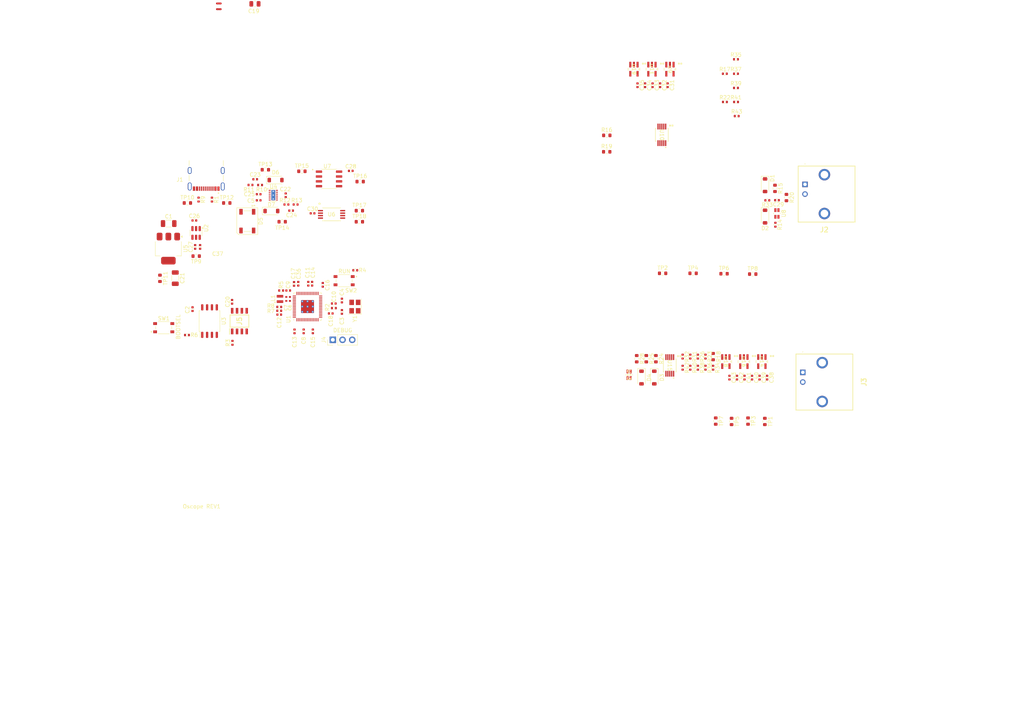
<source format=kicad_pcb>
(kicad_pcb (version 20241229) (generator "pcbnew") (generator_version "9.0")
  (title_block (title "ECE342 USB Oscilliscope") (date "2026-02-04") (rev "REV1") (company "Oregon State University") (comment 1 "Oliver Siemens") (comment 2 "Elliot Nash") (comment 3 "Yahir Cortez-Raygoza"))
  (layers (0 "F.Cu" signal) (2 "B.Cu" signal) (13 "F.Paste" user) (15 "B.Paste" user) (5 "F.SilkS" user "F.Silkscreen") (7 "B.SilkS" user "B.Silkscreen") (1 "F.Mask" user) (3 "B.Mask" user) (25 "Edge.Cuts" user))
  (net 0 "")
  (net 1 "GND")
  (net 2 "VBUS")
  (net 3 "/XIN")
  (net 4 "/XOUT")
  (net 5 "+3V3")
  (net 6 "+1V1")
  (net 7 "/~{USB_BOOT}")
  (net 8 "/RUN")
  (net 9 "/SWD")
  (net 10 "/SWCLK")
  (net 11 "/QSPI_SD3")
  (net 12 "/QSPI_SCLK")
  (net 13 "/QSPI_SD0")
  (net 14 "/QSPI_SD2")
  (net 15 "/QSPI_SD1")
  (net 16 "/USB_D+")
  (net 17 "/USB_D-")
  (net 18 "Net-(C4-Pad1)")
  (net 19 "/VREG_LX")
  (net 20 "Net-(R4-Pad1)")
  (net 21 "/VREG_AVDD")
  (net 22 "Net-(U1-USB_DP)")
  (net 23 "Net-(U1-USB_DM)")
  (net 24 "Net-(U4-CP)")
  (net 25 "GNDA")
  (net 26 "Net-(U4-C+)")
  (net 27 "Net-(U4-C-)")
  (net 28 "+1V65")
  (net 29 "-1V65")
  (net 30 "Net-(U2-NR)")
  (net 31 "Net-(C29-Pad1)")
  (net 32 "Net-(C29-Pad2)")
  (net 33 "/VREF")
  (net 34 "+3V3A")
  (net 35 "/CHB_ADC")
  (net 36 "Net-(C38-Pad1)")
  (net 37 "Net-(C38-Pad2)")
  (net 38 "/CHA_ADC")
  (net 39 "Net-(D1-A)")
  (net 40 "Net-(D3-A)")
  (net 41 "/LED_DATA")
  (net 43 "/PSU/USB_CC2")
  (net 46 "/PSU/USB_CC1")
  (net 49 "Net-(J2-Pad2)")
  (net 51 "Net-(J3-Pad2)")
  (net 53 "/~{PSRAM_CS}")
  (net 54 "/PSU/UCB_CC1")
  (net 55 "/~{FLASH_CS}")
  (net 56 "/PSU/FB+")
  (net 57 "/PSU/FB-")
  (net 58 "Net-(R14-Pad1)")
  (net 59 "/CHB_SELC")
  (net 60 "Net-(U10-D1)")
  (net 61 "Net-(U10-NC)")
  (net 62 "Net-(R17-Pad2)")
  (net 63 "Net-(U10-D2)")
  (net 64 "Net-(R22-Pad1)")
  (net 65 "Net-(R23-Pad1)")
  (net 66 "/CHA_SELC")
  (net 67 "Net-(U15-D1)")
  (net 68 "Net-(R26-Pad2)")
  (net 69 "Net-(U15-NC)")
  (net 70 "Net-(U15-D2)")
  (net 71 "Net-(R31-Pad1)")
  (net 72 "/Analog Frontend Channel A/OFFSET_REF")
  (net 73 "/Analog Frontend Channel B/OFFSET_REF")
  (net 74 "Net-(U18--)")
  (net 75 "Net-(U19--)")
  (net 77 "/TRIG_SDA")
  (net 78 "/CHA_TRIG")
  (net 83 "/CHA_SELR2")
  (net 86 "/CHB_SELR2")
  (net 87 "/TRIG_SCL")
  (net 88 "/CHA_SELR1")
  (net 96 "/CHB_TRIG")
  (net 99 "/CHB_SELR1")
  (net 100 "/Trigger/CHB_COMP")
  (net 101 "/Trigger/CHA_COMP")
  (net 102 "Net-(U11-+)")
  (net 103 "Net-(U14--)")
  (footprint "Capacitor_SMD:C_0402_1005Metric" (layer "F.Cu") (at 98.1 90.385 -90)
    (property "Reference" "C15" (at 2.815 0 90) (layer "F.SilkS"))
    (property "Value" "100n")
    (pad "1" smd roundrect (at -0.48 0 270) (size 0.56 0.62) (layers "F.Cu" "F.Mask" "F.Paste") (net 5 "+3V3"))
    (pad "2" smd roundrect (at 0.48 0 270) (size 0.56 0.62) (layers "F.Cu" "F.Mask" "F.Paste") (net 1 "GND"))
  )
  (footprint "Capacitor_SMD:C_0402_1005Metric" (layer "F.Cu") (at 66.62 84.565 -90)
    (property "Reference" "C2" (at 0.185 1.33 90) (layer "F.SilkS"))
    (property "Value" "100n")
    (pad "1" smd roundrect (at -0.48 0 270) (size 0.56 0.62) (layers "F.Cu" "F.Mask" "F.Paste") (net 5 "+3V3"))
    (pad "2" smd roundrect (at 0.48 0 270) (size 0.56 0.62) (layers "F.Cu" "F.Mask" "F.Paste") (net 1 "GND"))
  )
  (footprint "Package_SO:SOIC-8_5.23x5.23mm_P1.27mm" (layer "F.Cu") (at 71.065 87.7 90)
    (property "Reference" "U3" (at 0 3.725 90) (layer "F.SilkS"))
    (property "Value" "W25Q128JVS")
    (pad "1" smd roundrect (at -3.6 -1.905 90) (size 1.6 0.6) (layers "F.Cu" "F.Mask" "F.Paste") (net 55 "/~{FLASH_CS}"))
    (pad "2" smd roundrect (at -3.6 -0.635 90) (size 1.6 0.6) (layers "F.Cu" "F.Mask" "F.Paste") (net 15 "/QSPI_SD1"))
    (pad "3" smd roundrect (at -3.6 0.635 90) (size 1.6 0.6) (layers "F.Cu" "F.Mask" "F.Paste") (net 14 "/QSPI_SD2"))
    (pad "4" smd roundrect (at -3.6 1.905 90) (size 1.6 0.6) (layers "F.Cu" "F.Mask" "F.Paste") (net 1 "GND"))
    (pad "5" smd roundrect (at 3.6 1.905 90) (size 1.6 0.6) (layers "F.Cu" "F.Mask" "F.Paste") (net 13 "/QSPI_SD0"))
    (pad "6" smd roundrect (at 3.6 0.635 90) (size 1.6 0.6) (layers "F.Cu" "F.Mask" "F.Paste") (net 12 "/QSPI_SCLK"))
    (pad "7" smd roundrect (at 3.6 -0.635 90) (size 1.6 0.6) (layers "F.Cu" "F.Mask" "F.Paste") (net 11 "/QSPI_SD3"))
    (pad "8" smd roundrect (at 3.6 -1.905 90) (size 1.6 0.6) (layers "F.Cu" "F.Mask" "F.Paste") (net 5 "+3V3"))
  )
  (footprint "Capacitor_SMD:C_0402_1005Metric" (layer "F.Cu") (at 89.3 86 180)
    (property "Reference" "C12" (at 0 -2.1 90) (layer "F.SilkS"))
    (property "Value" "100n")
    (pad "1" smd roundrect (at -0.48 0 180) (size 0.56 0.62) (layers "F.Cu" "F.Mask" "F.Paste") (net 5 "+3V3"))
    (pad "2" smd roundrect (at 0.48 0 180) (size 0.56 0.62) (layers "F.Cu" "F.Mask" "F.Paste") (net 1 "GND"))
  )
  (footprint "Capacitor_SMD:C_0402_1005Metric" (layer "F.Cu") (at 97.9 77.92 90)
    (property "Reference" "C14" (at 2.915 0.2 90) (layer "F.SilkS"))
    (property "Value" "100n")
    (pad "1" smd roundrect (at -0.48 0 90) (size 0.56 0.62) (layers "F.Cu" "F.Mask" "F.Paste") (net 5 "+3V3"))
    (pad "2" smd roundrect (at 0.48 0 90) (size 0.56 0.62) (layers "F.Cu" "F.Mask" "F.Paste") (net 1 "GND"))
  )
  (footprint "Capacitor_SMD:C_0402_1005Metric" (layer "F.Cu") (at 100.7 78.215 90)
    (property "Reference" "C16" (at -0.085 1.2 90) (layer "F.SilkS"))
    (property "Value" "100n")
    (pad "1" smd roundrect (at -0.48 0 90) (size 0.56 0.62) (layers "F.Cu" "F.Mask" "F.Paste") (net 5 "+3V3"))
    (pad "2" smd roundrect (at 0.48 0 90) (size 0.56 0.62) (layers "F.Cu" "F.Mask" "F.Paste") (net 1 "GND"))
  )
  (footprint "Resistor_SMD:R_0402_1005Metric" (layer "F.Cu") (at 89.3 85)
    (property "Reference" "R7" (at -2.2 0.1 0) (layer "F.SilkS"))
    (property "Value" "27")
    (pad "1" smd roundrect (at -0.51 0) (size 0.54 0.64) (layers "F.Cu" "F.Mask" "F.Paste") (net 16 "/USB_D+"))
    (pad "2" smd roundrect (at 0.51 0) (size 0.54 0.64) (layers "F.Cu" "F.Mask" "F.Paste") (net 22 "Net-(U1-USB_DP)"))
  )
  (footprint "Capacitor_SMD:C_0402_1005Metric" (layer "F.Cu") (at 93.3 90.385 -90)
    (property "Reference" "C13" (at 2.815 0 90) (layer "F.SilkS"))
    (property "Value" "100n")
    (pad "1" smd roundrect (at -0.48 0 270) (size 0.56 0.62) (layers "F.Cu" "F.Mask" "F.Paste") (net 5 "+3V3"))
    (pad "2" smd roundrect (at 0.48 0 270) (size 0.56 0.62) (layers "F.Cu" "F.Mask" "F.Paste") (net 1 "GND"))
  )
  (footprint "MountingHole:MountingHole_2.7mm_M2.5" (layer "F.Cu") (at 279 16.8)
    (property "Reference" "H2" (hide yes))
    (property "Value" "MountingHole")
    (pad "" np_thru_hole circle (at 0 0) (size 2.7 2.7) (drill 2.7) (layers "*.Cu" "*.Mask") (clearance 1))
  )
  (footprint "Resistor_SMD:R_0402_1005Metric" (layer "F.Cu") (at 89.3 84)
    (property "Reference" "R8" (at -2.2 -0.3 0) (layer "F.SilkS"))
    (property "Value" "27")
    (pad "1" smd roundrect (at -0.51 0) (size 0.54 0.64) (layers "F.Cu" "F.Mask" "F.Paste") (net 17 "/USB_D-"))
    (pad "2" smd roundrect (at 0.51 0) (size 0.54 0.64) (layers "F.Cu" "F.Mask" "F.Paste") (net 23 "Net-(U1-USB_DM)"))
  )
  (footprint "MountingHole:MountingHole_2.7mm_M2.5" (layer "F.Cu") (at 277.2 159.7)
    (property "Reference" "H3" (hide yes))
    (property "Value" "MountingHole")
    (pad "" np_thru_hole circle (at 0 0) (size 2.7 2.7) (drill 2.7) (layers "*.Cu" "*.Mask") (clearance 1))
  )
  (footprint "Capacitor_SMD:C_0402_1005Metric" (layer "F.Cu") (at 93.175 77.97 90)
    (property "Reference" "C17" (at 2.715 -0.2 90) (layer "F.SilkS"))
    (property "Value" "100n")
    (pad "1" smd roundrect (at -0.48 0 90) (size 0.56 0.62) (layers "F.Cu" "F.Mask" "F.Paste") (net 5 "+3V3"))
    (pad "2" smd roundrect (at 0.48 0 90) (size 0.56 0.62) (layers "F.Cu" "F.Mask" "F.Paste") (net 1 "GND"))
  )
  (footprint "MountingHole:MountingHole_2.7mm_M2.5" (layer "F.Cu") (at 58.7 49.9)
    (property "Reference" "H1" (hide yes))
    (property "Value" "MountingHole")
    (pad "" np_thru_hole circle (at 0 0) (size 2.7 2.7) (drill 2.7) (layers "*.Cu" "*.Mask") (clearance 1))
  )
  (footprint "MountingHole:MountingHole_2.7mm_M2.5" (layer "F.Cu") (at 21.4 186.7)
    (property "Reference" "H4" (hide yes))
    (property "Value" "MountingHole")
    (pad "" np_thru_hole circle (at 0 0) (size 2.7 2.7) (drill 2.7) (layers "*.Cu" "*.Mask") (clearance 1))
  )
  (footprint "Capacitor_SMD:C_0805_2012Metric" (layer "F.Cu") (at 82.95 4.7)
    (property "Reference" "C19" (at -0.315 1.9 0) (layer "F.SilkS"))
    (property "Value" "10u")
    (pad "1" smd roundrect (at -0.95 0) (size 1 1.45) (layers "F.Cu" "F.Mask" "F.Paste") (net 5 "+3V3"))
    (pad "2" smd roundrect (at 0.95 0) (size 1 1.45) (layers "F.Cu" "F.Mask" "F.Paste") (net 1 "GND"))
  )
  (footprint "RP2350_60QFN_minimal:C_0402_1005Metric_small_pads" (layer "F.Cu") (at 91.15 81.9 90)
    (property "Reference" "C7" (at -2.3 -0.1 90) (layer "F.SilkS") (effects (font (size 0.8 0.8))))
    (property "Value" "4.7u")
    (pad "1" smd rect (at -0.515 0 90) (size 0.47 0.53) (layers "F.Cu" "F.Mask" "F.Paste") (net 6 "+1V1") (clearance 0.125))
    (pad "2" smd rect (at 0.515 0 90) (size 0.47 0.53) (layers "F.Cu" "F.Mask" "F.Paste") (net 1 "GND") (clearance 0.125))
  )
  (footprint "CustomTestPoints:TestPoint_0603_1608Metric" (layer "F.Cu") (at 110.475 51.2)
    (property "Reference" "TP16" (at 0 -1.43 0) (layer "F.SilkS"))
    (property "Value" "TestPoint")
    (pad "1" smd roundrect (at -0.825 0) (size 0.8 0.95) (layers "F.Cu" "F.Mask" "F.Paste") (net 96 "/CHB_TRIG"))
    (pad "1" smd roundrect (at 0.825 0) (size 0.8 0.95) (layers "F.Cu" "F.Mask" "F.Paste") (net 96 "/CHB_TRIG"))
  )
  (footprint "Capacitor_SMD:C_0402_1005Metric" (layer "F.Cu") (at 183.036 25.9882 -90)
    (property "Reference" "C35" (at 0 -1.16 90) (layer "F.SilkS"))
    (property "Value" "30p")
    (pad "1" smd roundrect (at -0.48 0 270) (size 0.56 0.62) (layers "F.Cu" "F.Mask" "F.Paste") (net 35 "/CHB_ADC"))
    (pad "2" smd roundrect (at 0.48 0 270) (size 0.56 0.62) (layers "F.Cu" "F.Mask" "F.Paste") (net 25 "GNDA"))
  )
  (footprint "MCP6572T_E_SN:SOIC127P600X175-8N" (layer "F.Cu") (at 102.33 50.505)
    (property "Reference" "U7" (at -0.475 -3.312 0) (layer "F.SilkS"))
    (property "Value" "Opamp_Dual")
    (pad "1" smd roundrect (at -2.63 -1.905) (size 1.65 0.61) (layers "F.Cu" "F.Mask" "F.Paste") (roundrect_rratio 0.125) (net 78 "/CHA_TRIG"))
    (pad "2" smd roundrect (at -2.63 -0.635) (size 1.65 0.61) (layers "F.Cu" "F.Mask" "F.Paste") (roundrect_rratio 0.125) (net 101 "/Trigger/CHA_COMP"))
    (pad "3" smd roundrect (at -2.63 0.635) (size 1.65 0.61) (layers "F.Cu" "F.Mask" "F.Paste") (roundrect_rratio 0.125) (net 38 "/CHA_ADC"))
    (pad "4" smd roundrect (at -2.63 1.905) (size 1.65 0.61) (layers "F.Cu" "F.Mask" "F.Paste") (roundrect_rratio 0.125) (net 25 "GNDA"))
    (pad "5" smd roundrect (at 2.63 1.905) (size 1.65 0.61) (layers "F.Cu" "F.Mask" "F.Paste") (roundrect_rratio 0.125) (net 35 "/CHB_ADC"))
    (pad "6" smd roundrect (at 2.63 0.635) (size 1.65 0.61) (layers "F.Cu" "F.Mask" "F.Paste") (roundrect_rratio 0.125) (net 100 "/Trigger/CHB_COMP"))
    (pad "7" smd roundrect (at 2.63 -0.635) (size 1.65 0.61) (layers "F.Cu" "F.Mask" "F.Paste") (roundrect_rratio 0.125) (net 96 "/CHB_TRIG"))
    (pad "8" smd roundrect (at 2.63 -1.905) (size 1.65 0.61) (layers "F.Cu" "F.Mask" "F.Paste") (roundrect_rratio 0.125) (net 34 "+3V3A"))
  )
  (footprint "RP2350_60QFN_minimal:L_pol_2016" (layer "F.Cu") (at 89.5 81.9 90)
    (property "Reference" "L1" (at 0.2 -1.8 90) (layer "F.SilkS"))
    (property "Value" "3.3u")
    (pad "1" smd rect (at -0.7 0 90) (size 0.7 1.7) (layers "F.Cu" "F.Mask" "F.Paste") (net 6 "+1V1"))
    (pad "2" smd rect (at 0.7 0 90) (size 0.7 1.7) (layers "F.Cu" "F.Mask" "F.Paste") (net 19 "/VREG_LX"))
  )
  (footprint "Resistor_SMD:R_0402_1005Metric" (layer "F.Cu") (at 208.81 30.37)
    (property "Reference" "R41" (at 0 -1.17 0) (layer "F.SilkS"))
    (property "Value" "100k")
    (pad "1" smd roundrect (at -0.51 0) (size 0.54 0.64) (layers "F.Cu" "F.Mask" "F.Paste") (net 75 "Net-(U19--)"))
    (pad "2" smd roundrect (at 0.51 0) (size 0.54 0.64) (layers "F.Cu" "F.Mask" "F.Paste") (net 64 "Net-(R22-Pad1)"))
  )
  (footprint "Capacitor_SMD:C_0402_1005Metric" (layer "F.Cu") (at 108.02 48.4)
    (property "Reference" "C28" (at 0 -1.16 0) (layer "F.SilkS"))
    (property "Value" "100n")
    (pad "1" smd roundrect (at -0.48 0) (size 0.56 0.62) (layers "F.Cu" "F.Mask" "F.Paste") (net 34 "+3V3A"))
    (pad "2" smd roundrect (at 0.48 0) (size 0.56 0.62) (layers "F.Cu" "F.Mask" "F.Paste") (net 1 "GND"))
  )
  (footprint "Capacitor_SMD:C_0402_1005Metric" (layer "F.Cu") (at 91.65 79.7)
    (property "Reference" "C9" (at 0 -1.5 90) (layer "F.SilkS"))
    (property "Value" "4.7u")
    (pad "1" smd roundrect (at -0.48 0) (size 0.56 0.62) (layers "F.Cu" "F.Mask" "F.Paste") (net 21 "/VREG_AVDD"))
    (pad "2" smd roundrect (at 0.48 0) (size 0.56 0.62) (layers "F.Cu" "F.Mask" "F.Paste") (net 1 "GND"))
  )
  (footprint "Resistor_SMD:R_0402_1005Metric" (layer "F.Cu") (at 208.79 19.2)
    (property "Reference" "R35" (at 0 -1.17 0) (layer "F.SilkS"))
    (property "Value" "100k")
    (pad "1" smd roundrect (at -0.51 0) (size 0.54 0.64) (layers "F.Cu" "F.Mask" "F.Paste") (net 62 "Net-(R17-Pad2)"))
    (pad "2" smd roundrect (at 0.51 0) (size 0.54 0.64) (layers "F.Cu" "F.Mask" "F.Paste") (net 73 "/Analog Frontend Channel B/OFFSET_REF"))
  )
  (footprint "Diode_SMD:D_SOD-123" (layer "F.Cu") (at 88.35 50.8)
    (property "Reference" "D6" (at 0 -2 0) (layer "F.SilkS"))
    (property "Value" "2.4V")
    (pad "1" smd roundrect (at -1.65 0) (size 0.9 1.2) (layers "F.Cu" "F.Mask" "F.Paste") (net 28 "+1V65"))
    (pad "2" smd roundrect (at 1.65 0) (size 0.9 1.2) (layers "F.Cu" "F.Mask" "F.Paste") (net 1 "GND"))
  )
  (footprint "OPA320:DBV5" (layer "F.Cu") (at 210.858399 98.2938 -90)
    (property "Reference" "U16" (at 0 0 270) (layer "F.SilkS"))
    (property "Value" "~")
    (fp_text user "*" (at -1.4478 -2.6518 270) (layer "F.SilkS"))
    (fp_text user "*" (at -1.4478 -2.6518 90) (layer "F.SilkS"))
    (pad "1" smd rect (at -1.1938 -0.950001 270) (size 1.4732 0.5588) (layers "F.Cu" "F.Mask" "F.Paste") (net 103 "Net-(U14--)"))
    (pad "2" smd rect (at -1.1938 0 270) (size 1.4732 0.5588) (layers "F.Cu" "F.Mask" "F.Paste") (net 69 "Net-(U15-NC)"))
    (pad "3" smd rect (at -1.1938 0.950001 270) (size 1.4732 0.5588) (layers "F.Cu" "F.Mask" "F.Paste") (net 28 "+1V65"))
    (pad "4" smd rect (at 1.1938 0.950001 270) (size 1.4732 0.5588) (layers "F.Cu" "F.Mask" "F.Paste") (net 29 "-1V65"))
    (pad "5" smd rect (at 1.1938 -0.950001 270) (size 1.4732 0.5588) (layers "F.Cu" "F.Mask" "F.Paste") (net 68 "Net-(R26-Pad2)"))
  )
  (footprint "Capacitor_SMD:C_0402_1005Metric" (layer "F.Cu") (at 214.965999 102.4882 -90)
    (property "Reference" "C39" (at 0 -1.16 90) (layer "F.SilkS"))
    (property "Value" "100n")
    (pad "1" smd roundrect (at -0.48 0 270) (size 0.56 0.62) (layers "F.Cu" "F.Mask" "F.Paste") (net 28 "+1V65"))
    (pad "2" smd roundrect (at 0.48 0 270) (size 0.56 0.62) (layers "F.Cu" "F.Mask" "F.Paste") (net 29 "-1V65"))
  )
  (footprint "Resistor_SMD:R_0402_1005Metric" (layer "F.Cu") (at 208.99 34.06)
    (property "Reference" "R43" (at 0 -1.17 0) (layer "F.SilkS"))
    (property "Value" "100k")
    (pad "1" smd roundrect (at -0.51 0) (size 0.54 0.64) (layers "F.Cu" "F.Mask" "F.Paste") (net 75 "Net-(U19--)"))
    (pad "2" smd roundrect (at 0.51 0) (size 0.54 0.64) (layers "F.Cu" "F.Mask" "F.Paste") (net 25 "GNDA"))
  )
  (footprint "Resistor_SMD:R_0402_1005Metric" (layer "F.Cu") (at 200.815999 96.9882 -90)
    (property "Reference" "R23" (at 0 -1.17 90) (layer "F.SilkS"))
    (property "Value" "200")
    (pad "1" smd roundrect (at -0.51 0 270) (size 0.54 0.64) (layers "F.Cu" "F.Mask" "F.Paste") (net 65 "Net-(R23-Pad1)"))
    (pad "2" smd roundrect (at 0.51 0 270) (size 0.54 0.64) (layers "F.Cu" "F.Mask" "F.Paste") (net 66 "/CHA_SELC"))
  )
  (footprint "Resistor_SMD:R_0402_1005Metric" (layer "F.Cu") (at 81.78 52.09)
    (property "Reference" "R11" (at -0.39 1.2 0) (layer "F.SilkS"))
    (property "Value" "50k")
    (pad "1" smd roundrect (at -0.51 0) (size 0.54 0.64) (layers "F.Cu" "F.Mask" "F.Paste") (net 1 "GND"))
    (pad "2" smd roundrect (at 0.51 0) (size 0.54 0.64) (layers "F.Cu" "F.Mask" "F.Paste") (net 56 "/PSU/FB+"))
  )
  (footprint "CustomTestPoints:TestPoint_0603_1608Metric" (layer "F.Cu") (at 85.675 48.1)
    (property "Reference" "TP13" (at 0 -1.43 0) (layer "F.SilkS"))
    (property "Value" "TestPoint")
    (pad "1" smd roundrect (at -0.825 0) (size 0.8 0.95) (layers "F.Cu" "F.Mask" "F.Paste") (net 28 "+1V65"))
    (pad "1" smd roundrect (at 0.825 0) (size 0.8 0.95) (layers "F.Cu" "F.Mask" "F.Paste") (net 28 "+1V65"))
  )
  (footprint "Resistor_SMD:R_0402_1005Metric" (layer "F.Cu") (at 109.19 74.4)
    (property "Reference" "R4" (at 1.9 0 0) (layer "F.SilkS"))
    (property "Value" "1k")
    (pad "1" smd roundrect (at -0.51 0) (size 0.54 0.64) (layers "F.Cu" "F.Mask" "F.Paste") (net 20 "Net-(R4-Pad1)"))
    (pad "2" smd roundrect (at 0.51 0) (size 0.54 0.64) (layers "F.Cu" "F.Mask" "F.Paste") (net 1 "GND"))
  )
  (footprint "CustomTestPoints:TestPoint_0603_1608Metric" (layer "F.Cu") (at 203.495999 113.8532 -90)
    (property "Reference" "TP7" (at 0 -1.43 90) (layer "F.SilkS"))
    (property "Value" "TestPoint")
    (pad "1" smd roundrect (at -0.825 0 270) (size 0.8 0.95) (layers "F.Cu" "F.Mask" "F.Paste") (net 83 "/CHA_SELR2"))
    (pad "1" smd roundrect (at 0.825 0 270) (size 0.8 0.95) (layers "F.Cu" "F.Mask" "F.Paste") (net 83 "/CHA_SELR2"))
  )
  (footprint "Capacitor_SMD:C_0402_1005Metric" (layer "F.Cu") (at 188.946 25.9882 -90)
    (property "Reference" "C32" (at 0 -1.16 90) (layer "F.SilkS"))
    (property "Value" "100n")
    (pad "1" smd roundrect (at -0.48 0 270) (size 0.56 0.62) (layers "F.Cu" "F.Mask" "F.Paste") (net 28 "+1V65"))
    (pad "2" smd roundrect (at 0.48 0 270) (size 0.56 0.62) (layers "F.Cu" "F.Mask" "F.Paste") (net 29 "-1V65"))
  )
  (footprint "Resistor_SMD:R_0603_1608Metric" (layer "F.Cu") (at 174.975 43.4)
    (property "Reference" "R19" (at 0 -1.43 0) (layer "F.SilkS"))
    (property "Value" "51")
    (pad "1" smd roundrect (at -0.825 0) (size 0.8 0.95) (layers "F.Cu" "F.Mask" "F.Paste") (net 25 "GNDA"))
    (pad "2" smd roundrect (at 0.825 0) (size 0.8 0.95) (layers "F.Cu" "F.Mask" "F.Paste") (net 63 "Net-(U10-D2)"))
  )
  (footprint "OPA320:DBV5" (layer "F.Cu") (at 215.566799 98.2938 -90)
    (property "Reference" "U14" (at 0 0 270) (layer "F.SilkS"))
    (property "Value" "~")
    (fp_text user "*" (at -1.4478 -2.6518 270) (layer "F.SilkS"))
    (fp_text user "*" (at -1.4478 -2.6518 90) (layer "F.SilkS"))
    (pad "1" smd rect (at -1.1938 -0.950001 270) (size 1.4732 0.5588) (layers "F.Cu" "F.Mask" "F.Paste") (net 40 "Net-(D3-A)"))
    (pad "2" smd rect (at -1.1938 0 270) (size 1.4732 0.5588) (layers "F.Cu" "F.Mask" "F.Paste") (net 103 "Net-(U14--)"))
    (pad "3" smd rect (at -1.1938 0.950001 270) (size 1.4732 0.5588) (layers "F.Cu" "F.Mask" "F.Paste") (net 28 "+1V65"))
    (pad "4" smd rect (at 1.1938 0.950001 270) (size 1.4732 0.5588) (layers "F.Cu" "F.Mask" "F.Paste") (net 29 "-1V65"))
    (pad "5" smd rect (at 1.1938 -0.950001 270) (size 1.4732 0.5588) (layers "F.Cu" "F.Mask" "F.Paste") (net 103 "Net-(U14--)"))
  )
  (footprint "TL3365AF180QG:SW_TL3365AF180QG" (layer "F.Cu") (at 59.08 89.425)
    (property "Reference" "SW1" (at 0.02 -2.425 0) (layer "F.SilkS"))
    (property "Value" "SW_Push")
    (pad "1" smd rect (at -2.25 1.075) (size 1 0.75) (layers "F.Cu" "F.Mask" "F.Paste") (net 1 "GND"))
    (pad "1" smd rect (at 2.25 1.075) (size 1 0.75) (layers "F.Cu" "F.Mask" "F.Paste") (net 1 "GND"))
    (pad "2" smd rect (at -2.25 -1.075) (size 1 0.75) (layers "F.Cu" "F.Mask" "F.Paste") (net 7 "/~{USB_BOOT}"))
    (pad "2" smd rect (at 2.25 -1.075) (size 1 0.75) (layers "F.Cu" "F.Mask" "F.Paste") (net 7 "/~{USB_BOOT}"))
  )
  (footprint "Diode_SMD:D_SOD-123" (layer "F.Cu") (at 187.425999 102.4632 -90)
    (property "Reference" "D3" (at 0 -2 90) (layer "F.SilkS"))
    (property "Value" "D")
    (pad "1" smd roundrect (at -1.65 0 270) (size 0.9 1.2) (layers "F.Cu" "F.Mask" "F.Paste") (net 28 "+1V65"))
    (pad "2" smd roundrect (at 1.65 0 270) (size 0.9 1.2) (layers "F.Cu" "F.Mask" "F.Paste") (net 40 "Net-(D3-A)"))
  )
  (footprint "Capacitor_SMD:C_0402_1005Metric" (layer "F.Cu") (at 211.025999 102.4882 -90)
    (property "Reference" "C41" (at 0 -1.16 90) (layer "F.SilkS"))
    (property "Value" "100n")
    (pad "1" smd roundrect (at -0.48 0 270) (size 0.56 0.62) (layers "F.Cu" "F.Mask" "F.Paste") (net 34 "+3V3A"))
    (pad "2" smd roundrect (at 0.48 0 270) (size 0.56 0.62) (layers "F.Cu" "F.Mask" "F.Paste") (net 25 "GNDA"))
  )
  (footprint "CustomTestPoints:TestPoint_0603_1608Metric" (layer "F.Cu") (at 189.6 75.2)
    (property "Reference" "TP2" (at 0 -1.43 0) (layer "F.SilkS"))
    (property "Value" "TestPoint")
    (pad "1" smd roundrect (at -0.825 0) (size 0.8 0.95) (layers "F.Cu" "F.Mask" "F.Paste") (net 35 "/CHB_ADC"))
    (pad "1" smd roundrect (at 0.825 0) (size 0.8 0.95) (layers "F.Cu" "F.Mask" "F.Paste") (net 35 "/CHB_ADC"))
  )
  (footprint "ADG621BRMZ:RM_10_ADI" (layer "F.Cu") (at 191.471399 99.2971 -90)
    (property "Reference" "U15" (at 0 0 270) (layer "F.SilkS"))
    (property "Value" "ADG621BRMZ")
    (fp_text user "*" (at -2.4257 -2.4732 270) (layer "F.SilkS"))
    (fp_text user "*" (at -2.4257 -2.4732 90) (layer "F.SilkS"))
    (pad "1" smd rect (at -2.1717 -1.000001 270) (size 1.524 0.3302) (layers "F.Cu" "F.Mask" "F.Paste") (net 69 "Net-(U15-NC)"))
    (pad "2" smd rect (at -2.1717 -0.499999 270) (size 1.524 0.3302) (layers "F.Cu" "F.Mask" "F.Paste") (net 67 "Net-(U15-D1)"))
    (pad "3" smd rect (at -2.1717 0 270) (size 1.524 0.3302) (layers "F.Cu" "F.Mask" "F.Paste") (net 83 "/CHA_SELR2"))
    (pad "4" smd rect (at -2.1717 0.499999 270) (size 1.524 0.3302) (layers "F.Cu" "F.Mask" "F.Paste") (net 25 "GNDA"))
    (pad "5" smd rect (at -2.1717 1.000001 270) (size 1.524 0.3302) (layers "F.Cu" "F.Mask" "F.Paste") (net 29 "-1V65"))
    (pad "6" smd rect (at 2.1717 1.000001 270) (size 1.524 0.3302) (layers "F.Cu" "F.Mask" "F.Paste") (net 69 "Net-(U15-NC)"))
    (pad "7" smd rect (at 2.1717 0.499999 270) (size 1.524 0.3302) (layers "F.Cu" "F.Mask" "F.Paste") (net 69 "Net-(U15-NC)"))
    (pad "8" smd rect (at 2.1717 0 270) (size 1.524 0.3302) (layers "F.Cu" "F.Mask" "F.Paste") (net 70 "Net-(U15-D2)"))
    (pad "9" smd rect (at 2.1717 -0.499999 270) (size 1.524 0.3302) (layers "F.Cu" "F.Mask" "F.Paste") (net 88 "/CHA_SELR1"))
    (pad "10" smd rect (at 2.1717 -1.000001 270) (size 1.524 0.3302) (layers "F.Cu" "F.Mask" "F.Paste") (net 34 "+3V3A"))
  )
  (footprint "Resistor_SMD:R_0402_1005Metric" (layer "F.Cu") (at 219.1 62.49 -90)
    (property "Reference" "R14" (at 0 -1.17 90) (layer "F.SilkS"))
    (property "Value" "200")
    (pad "1" smd roundrect (at -0.51 0 270) (size 0.54 0.64) (layers "F.Cu" "F.Mask" "F.Paste") (net 58 "Net-(R14-Pad1)"))
    (pad "2" smd roundrect (at 0.51 0 270) (size 0.54 0.64) (layers "F.Cu" "F.Mask" "F.Paste") (net 59 "/CHB_SELC"))
  )
  (footprint "Resistor_SMD:R_0603_1608Metric" (layer "F.Cu") (at 182.825999 97.5382 -90)
    (property "Reference" "R28" (at 0 -1.43 90) (layer "F.SilkS"))
    (property "Value" "51")
    (pad "1" smd roundrect (at -0.825 0 270) (size 0.8 0.95) (layers "F.Cu" "F.Mask" "F.Paste") (net 25 "GNDA"))
    (pad "2" smd roundrect (at 0.825 0 270) (size 0.8 0.95) (layers "F.Cu" "F.Mask" "F.Paste") (net 70 "Net-(U15-D2)"))
  )
  (footprint "BNC:731010570" (layer "F.Cu") (at 226.855 51.935 -90)
    (property "Reference" "J2" (at 11.865 -5.045 180) (layer "F.SilkS") (effects (font (size 1.27 1.27) (thickness 0.254))))
    (property "Value" "73101-0570" (hide yes))
    (pad "1" thru_hole rect (at 0 0 270) (size 1.446 1.446) (drill 0.89) (layers "*.Cu" "*.Mask") (net 25 "GNDA"))
    (pad "2" thru_hole circle (at 2.54 0 270) (size 1.446 1.446) (drill 0.89) (layers "*.Cu" "*.Mask") (net 49 "Net-(J2-Pad2)"))
    (pad "MH1" thru_hole circle (at -2.54 -5.08 270) (size 3.015 3.015) (drill 2.01) (layers "*.Cu" "*.Mask"))
    (pad "MH2" thru_hole circle (at 7.62 -5.08 270) (size 3.015 3.015) (drill 2.01) (layers "*.Cu" "*.Mask"))
  )
  (footprint "Diode_SMD:D_SOD-123" (layer "F.Cu") (at 184.075999 102.4632 -90)
    (property "Reference" "D4" (at 0 -2 90) (layer "F.SilkS"))
    (property "Value" "D")
    (pad "1" smd roundrect (at -1.65 0 270) (size 0.9 1.2) (layers "F.Cu" "F.Mask" "F.Paste") (net 40 "Net-(D3-A)"))
    (pad "2" smd roundrect (at 1.65 0 270) (size 0.9 1.2) (layers "F.Cu" "F.Mask" "F.Paste") (net 29 "-1V65"))
  )
  (footprint "BNC:731010570" (layer "F.Cu") (at 226.274199 101.1132 -90)
    (property "Reference" "J3" (at 2.54 -16 90) (layer "F.SilkS") (effects (font (size 1.27 1.27) (thickness 0.254))))
    (property "Value" "73101-0570" (hide yes))
    (pad "1" thru_hole rect (at 0 0 270) (size 1.446 1.446) (drill 0.89) (layers "*.Cu" "*.Mask") (net 25 "GNDA"))
    (pad "2" thru_hole circle (at 2.54 0 270) (size 1.446 1.446) (drill 0.89) (layers "*.Cu" "*.Mask") (net 51 "Net-(J3-Pad2)"))
    (pad "MH1" thru_hole circle (at -2.54 -5.08 270) (size 3.015 3.015) (drill 2.01) (layers "*.Cu" "*.Mask"))
    (pad "MH2" thru_hole circle (at 7.62 -5.08 270) (size 3.015 3.015) (drill 2.01) (layers "*.Cu" "*.Mask"))
  )
  (footprint "OPA320:DBV5" (layer "F.Cu") (at 191.5168 21.7938 -90)
    (property "Reference" "U9" (at 0 0 270) (layer "F.SilkS"))
    (property "Value" "~")
    (fp_text user "*" (at -1.4478 -2.6518 270) (layer "F.SilkS"))
    (fp_text user "*" (at -1.4478 -2.6518 90) (layer "F.SilkS"))
    (pad "1" smd rect (at -1.1938 -0.950001 270) (size 1.4732 0.5588) (layers "F.Cu" "F.Mask" "F.Paste") (net 39 "Net-(D1-A)"))
    (pad "2" smd rect (at -1.1938 0 270) (size 1.4732 0.5588) (layers "F.Cu" "F.Mask" "F.Paste") (net 102 "Net-(U11-+)"))
    (pad "3" smd rect (at -1.1938 0.950001 270) (size 1.4732 0.5588) (layers "F.Cu" "F.Mask" "F.Paste") (net 28 "+1V65"))
    (pad "4" smd rect (at 1.1938 0.950001 270) (size 1.4732 0.5588) (layers "F.Cu" "F.Mask" "F.Paste") (net 29 "-1V65"))
    (pad "5" smd rect (at 1.1938 -0.950001 270) (size 1.4732 0.5588) (layers "F.Cu" "F.Mask" "F.Paste") (net 102 "Net-(U11-+)"))
  )
  (footprint "Resistor_SMD:R_0603_1608Metric" (layer "F.Cu") (at 222 55.375 -90)
    (property "Reference" "R20" (at 0 -1.43 270) (layer "F.SilkS"))
    (property "Value" "0")
    (pad "1" smd roundrect (at -0.825 0 270) (size 0.8 0.95) (layers "F.Cu" "F.Mask" "F.Paste") (net 49 "Net-(J2-Pad2)"))
    (pad "2" smd roundrect (at 0.825 0 270) (size 0.8 0.95) (layers "F.Cu" "F.Mask" "F.Paste") (net 31 "Net-(C29-Pad1)"))
  )
  (footprint "Capacitor_SMD:C_0402_1005Metric" (layer "F.Cu") (at 216.935999 102.4882 -90)
    (property "Reference" "C38" (at 0 -1.16 90) (layer "F.SilkS"))
    (property "Value" "10n")
    (pad "1" smd roundrect (at -0.48 0 270) (size 0.56 0.62) (layers "F.Cu" "F.Mask" "F.Paste") (net 36 "Net-(C38-Pad1)"))
    (pad "2" smd roundrect (at 0.48 0 270) (size 0.56 0.62) (layers "F.Cu" "F.Mask" "F.Paste") (net 37 "Net-(C38-Pad2)"))
  )
  (footprint "Connector_PinHeader_2.54mm:PinHeader_1x03_P2.54mm_Vertical" (layer "F.Cu") (at 103.32 92.6 90)
    (property "Reference" "J4" (at 0 -2.38 90) (layer "F.SilkS"))
    (property "Value" "PinHeader_1x03")
    (pad "1" thru_hole rect (at 0 0 90) (size 1.7 1.7) (drill 1) (layers "*.Cu" "*.Mask") (net 10 "/SWCLK"))
    (pad "2" thru_hole circle (at 0 2.54 90) (size 1.7 1.7) (drill 1) (layers "*.Cu" "*.Mask") (net 1 "GND"))
    (pad "3" thru_hole circle (at 0 5.08 90) (size 1.7 1.7) (drill 1) (layers "*.Cu" "*.Mask") (net 9 "/SWD"))
  )
  (footprint "CustomTestPoints:TestPoint_0603_1608Metric" (layer "F.Cu") (at 213.175 75.4)
    (property "Reference" "TP8" (at 0 -1.43 0) (layer "F.SilkS"))
    (property "Value" "TestPoint")
    (pad "1" smd roundrect (at -0.825 0) (size 0.8 0.95) (layers "F.Cu" "F.Mask" "F.Paste") (net 86 "/CHB_SELR2"))
    (pad "1" smd roundrect (at 0.825 0) (size 0.8 0.95) (layers "F.Cu" "F.Mask" "F.Paste") (net 86 "/CHB_SELR2"))
  )
  (footprint "OPA320:DBV5" (layer "F.Cu") (at 206.149999 98.2938 -90)
    (property "Reference" "U18" (at 0 0 270) (layer "F.SilkS"))
    (property "Value" "~")
    (fp_text user "*" (at -1.4478 -2.6518 90) (layer "F.SilkS"))
    (fp_text user "*" (at -1.4478 -2.6518 270) (layer "F.SilkS"))
    (pad "1" smd rect (at -1.1938 -0.950001 270) (size 1.4732 0.5588) (layers "F.Cu" "F.Mask" "F.Paste") (net 72 "/Analog Frontend Channel A/OFFSET_REF"))
    (pad "2" smd rect (at -1.1938 0 270) (size 1.4732 0.5588) (layers "F.Cu" "F.Mask" "F.Paste") (net 74 "Net-(U18--)"))
    (pad "3" smd rect (at -1.1938 0.950001 270) (size 1.4732 0.5588) (layers "F.Cu" "F.Mask" "F.Paste") (net 34 "+3V3A"))
    (pad "4" smd rect (at 1.1938 0.950001 270) (size 1.4732 0.5588) (layers "F.Cu" "F.Mask" "F.Paste") (net 25 "GNDA"))
    (pad "5" smd rect (at 1.1938 -0.950001 270) (size 1.4732 0.5588) (layers "F.Cu" "F.Mask" "F.Paste") (net 71 "Net-(R31-Pad1)"))
  )
  (footprint "Capacitor_SMD:C_0402_1005Metric" (layer "F.Cu") (at 185.006 25.9882 -90)
    (property "Reference" "C34" (at 0 -1.16 90) (layer "F.SilkS"))
    (property "Value" "100n")
    (pad "1" smd roundrect (at -0.48 0 270) (size 0.56 0.62) (layers "F.Cu" "F.Mask" "F.Paste") (net 34 "+3V3A"))
    (pad "2" smd roundrect (at 0.48 0 270) (size 0.56 0.62) (layers "F.Cu" "F.Mask" "F.Paste") (net 25 "GNDA"))
  )
  (footprint "Capacitor_SMD:C_0402_1005Metric" (layer "F.Cu") (at 67.3 68.295 90)
    (property "Reference" "C27" (at 0 -1.16 90) (layer "F.SilkS"))
    (property "Value" "1u")
    (pad "1" smd roundrect (at -0.48 0 90) (size 0.56 0.62) (layers "F.Cu" "F.Mask" "F.Paste") (net 1 "GND"))
    (pad "2" smd roundrect (at 0.48 0 90) (size 0.56 0.62) (layers "F.Cu" "F.Mask" "F.Paste") (net 30 "Net-(U2-NR)"))
  )
  (footprint "Resistor_SMD:R_0402_1005Metric" (layer "F.Cu") (at 89.8 79.7)
    (property "Reference" "R5" (at 0 -1.5 90) (layer "F.SilkS"))
    (property "Value" "33")
    (pad "1" smd roundrect (at -0.51 0) (size 0.54 0.64) (layers "F.Cu" "F.Mask" "F.Paste") (net 5 "+3V3"))
    (pad "2" smd roundrect (at 0.51 0) (size 0.54 0.64) (layers "F.Cu" "F.Mask" "F.Paste") (net 21 "/VREG_AVDD"))
  )
  (footprint "OPA320:DBV5" (layer "F.Cu") (at 186.8084 21.7938 -90)
    (property "Reference" "U11" (at 0 0 270) (layer "F.SilkS"))
    (property "Value" "~")
    (fp_text user "*" (at -1.4478 -2.6518 90) (layer "F.SilkS"))
    (fp_text user "*" (at -1.4478 -2.6518 270) (layer "F.SilkS"))
    (pad "1" smd rect (at -1.1938 -0.950001 270) (size 1.4732 0.5588) (layers "F.Cu" "F.Mask" "F.Paste") (net 102 "Net-(U11-+)"))
    (pad "2" smd rect (at -1.1938 0 270) (size 1.4732 0.5588) (layers "F.Cu" "F.Mask" "F.Paste") (net 61 "Net-(U10-NC)"))
    (pad "3" smd rect (at -1.1938 0.950001 270) (size 1.4732 0.5588) (layers "F.Cu" "F.Mask" "F.Paste") (net 28 "+1V65"))
    (pad "4" smd rect (at 1.1938 0.950001 270) (size 1.4732 0.5588) (layers "F.Cu" "F.Mask" "F.Paste") (net 29 "-1V65"))
    (pad "5" smd rect (at 1.1938 -0.950001 270) (size 1.4732 0.5588) (layers "F.Cu" "F.Mask" "F.Paste") (net 62 "Net-(R17-Pad2)"))
  )
  (footprint "Capacitor_SMD:C_0402_1005Metric" (layer "F.Cu") (at 190.916 25.9882 -90)
    (property "Reference" "C31" (at 0 -1.16 90) (layer "F.SilkS"))
    (property "Value" "100n")
    (pad "1" smd roundrect (at -0.48 0 270) (size 0.56 0.62) (layers "F.Cu" "F.Mask" "F.Paste") (net 28 "+1V65"))
    (pad "2" smd roundrect (at 0.48 0 270) (size 0.56 0.62) (layers "F.Cu" "F.Mask" "F.Paste") (net 29 "-1V65"))
  )
  (footprint "CustomTestPoints:TestPoint_0603_1608Metric" (layer "F.Cu") (at 211.945999 113.8532 -90)
    (property "Reference" "TP3" (at 0 -1.43 90) (layer "F.SilkS"))
    (property "Value" "TestPoint")
    (pad "1" smd roundrect (at -0.825 0 270) (size 0.8 0.95) (layers "F.Cu" "F.Mask" "F.Paste") (net 66 "/CHA_SELC"))
    (pad "1" smd roundrect (at 0.825 0 270) (size 0.8 0.95) (layers "F.Cu" "F.Mask" "F.Paste") (net 66 "/CHA_SELC"))
  )
  (footprint "Crystal:Crystal_SMD_3225-4Pin_3.2x2.5mm" (layer "F.Cu") (at 109.1 83.9 90)
    (property "Reference" "Y1" (at -3.2 0 90) (layer "F.SilkS"))
    (property "Value" "ABM8-272-T3")
    (pad "1" smd rect (at -1.1 0.85 90) (size 1.4 1.2) (layers "F.Cu" "F.Mask" "F.Paste") (net 3 "/XIN"))
    (pad "2" smd rect (at 1.1 0.85 90) (size 1.4 1.2) (layers "F.Cu" "F.Mask" "F.Paste") (net 1 "GND"))
    (pad "3" smd rect (at 1.1 -0.85 90) (size 1.4 1.2) (layers "F.Cu" "F.Mask" "F.Paste") (net 18 "Net-(C4-Pad1)"))
    (pad "4" smd rect (at -1.1 -0.85 90) (size 1.4 1.2) (layers "F.Cu" "F.Mask" "F.Paste") (net 1 "GND"))
  )
  (footprint "Resistor_SMD:R_0603_1608Metric" (layer "F.Cu") (at 202.805999 96.9882 -90)
    (property "Reference" "R18" (at 0 -1.43 270) (layer "F.SilkS"))
    (property "Value" "0")
    (pad "1" smd roundrect (at -0.825 0 270) (size 0.8 0.95) (layers "F.Cu" "F.Mask" "F.Paste") (net 51 "Net-(J3-Pad2)"))
    (pad "2" smd roundrect (at 0.825 0 270) (size 0.8 0.95) (layers "F.Cu" "F.Mask" "F.Paste") (net 36 "Net-(C38-Pad1)"))
  )
  (footprint "Resistor_SMD:R_0402_1005Metric" (layer "F.Cu") (at 198.825999 99.8982 -90)
    (property "Reference" "R38" (at 0 -1.17 90) (layer "F.SilkS"))
    (property "Value" "200k")
    (pad "1" smd roundrect (at -0.51 0 270) (size 0.54 0.64) (layers "F.Cu" "F.Mask" "F.Paste") (net 72 "/Analog Frontend Channel A/OFFSET_REF"))
    (pad "2" smd roundrect (at 0.51 0 270) (size 0.54 0.64) (layers "F.Cu" "F.Mask" "F.Paste") (net 25 "GNDA"))
  )
  (footprint "ADG621BRMZ:RM_10_ADI" (layer "F.Cu") (at 189.399999 38.9717 -90)
    (property "Reference" "U10" (at 0 0 270) (layer "F.SilkS"))
    (property "Value" "ADG621BRMZ")
    (fp_text user "*" (at -2.4257 -2.4732 90) (layer "F.SilkS"))
    (fp_text user "*" (at -2.4257 -2.4732 270) (layer "F.SilkS"))
    (pad "1" smd rect (at -2.1717 -1.000001 270) (size 1.524 0.3302) (layers "F.Cu" "F.Mask" "F.Paste") (net 61 "Net-(U10-NC)"))
    (pad "2" smd rect (at -2.1717 -0.499999 270) (size 1.524 0.3302) (layers "F.Cu" "F.Mask" "F.Paste") (net 60 "Net-(U10-D1)"))
    (pad "3" smd rect (at -2.1717 0 270) (size 1.524 0.3302) (layers "F.Cu" "F.Mask" "F.Paste") (net 86 "/CHB_SELR2"))
    (pad "4" smd rect (at -2.1717 0.499999 270) (size 1.524 0.3302) (layers "F.Cu" "F.Mask" "F.Paste") (net 25 "GNDA"))
    (pad "5" smd rect (at -2.1717 1.000001 270) (size 1.524 0.3302) (layers "F.Cu" "F.Mask" "F.Paste") (net 29 "-1V65"))
    (pad "6" smd rect (at 2.1717 1.000001 270) (size 1.524 0.3302) (layers "F.Cu" "F.Mask" "F.Paste") (net 61 "Net-(U10-NC)"))
    (pad "7" smd rect (at 2.1717 0.499999 270) (size 1.524 0.3302) (layers "F.Cu" "F.Mask" "F.Paste") (net 61 "Net-(U10-NC)"))
    (pad "8" smd rect (at 2.1717 0 270) (size 1.524 0.3302) (layers "F.Cu" "F.Mask" "F.Paste") (net 63 "Net-(U10-D2)"))
    (pad "9" smd rect (at 2.1717 -0.499999 270) (size 1.524 0.3302) (layers "F.Cu" "F.Mask" "F.Paste") (net 99 "/CHB_SELR1"))
    (pad "10" smd rect (at 2.1717 -1.000001 270) (size 1.524 0.3302) (layers "F.Cu" "F.Mask" "F.Paste") (net 34 "+3V3A"))
  )
  (footprint "Capacitor_SMD:C_1206_3216Metric" (layer "F.Cu") (at 60.375 62.185)
    (property "Reference" "C1" (at 0 -1.85 0) (layer "F.SilkS"))
    (property "Value" "10u")
    (pad "1" smd roundrect (at -1.475 0) (size 1.15 1.8) (layers "F.Cu" "F.Mask" "F.Paste") (roundrect_rratio 0.217391) (net 2 "VBUS"))
    (pad "2" smd roundrect (at 1.475 0) (size 1.15 1.8) (layers "F.Cu" "F.Mask" "F.Paste") (roundrect_rratio 0.217391) (net 1 "GND"))
  )
  (footprint "Resistor_SMD:R_0603_1608Metric" (layer "F.Cu") (at 219 52.975 -90)
    (property "Reference" "R15" (at 0 -1.43 90) (layer "F.SilkS"))
    (property "Value" "1M")
    (pad "1" smd roundrect (at -0.825 0 270) (size 0.8 0.95) (layers "F.Cu" "F.Mask" "F.Paste") (net 25 "GNDA"))
    (pad "2" smd roundrect (at 0.825 0 270) (size 0.8 0.95) (layers "F.Cu" "F.Mask" "F.Paste") (net 32 "Net-(C29-Pad2)"))
  )
  (footprint "TLP3441:VSON4_TOS" (layer "F.Cu") (at 219.500001 59.54 90)
    (property "Reference" "U8" (at 0 1.799999 90) (layer "F.SilkS"))
    (property "Value" "TLP3441TP_F")
    (pad "1" smd rect (at -0.875 -0.399999 90) (size 0.9906 0.5588) (layers "F.Cu" "F.Mask" "F.Paste") (net 58 "Net-(R14-Pad1)"))
    (pad "2" smd rect (at -0.875 0.399999 90) (size 0.9906 0.5588) (layers "F.Cu" "F.Mask" "F.Paste") (net 25 "GNDA"))
    (pad "3" smd rect (at 0.875 0.399999 90) (size 0.9906 0.5588) (layers "F.Cu" "F.Mask" "F.Paste") (net 31 "Net-(C29-Pad1)"))
    (pad "4" smd rect (at 0.875 -0.399999 90) (size 0.9906 0.5588) (layers "F.Cu" "F.Mask" "F.Paste") (net 32 "Net-(C29-Pad2)"))
  )
  (footprint "Diode_SMD:D_SOD-123" (layer "F.Cu") (at 87.25 58.9)
    (property "Reference" "D7" (at 0 -1.7 0) (layer "F.SilkS"))
    (property "Value" "2.4V")
    (pad "1" smd roundrect (at -1.65 0) (size 0.9 1.2) (layers "F.Cu" "F.Mask" "F.Paste") (net 1 "GND"))
    (pad "2" smd roundrect (at 1.65 0) (size 0.9 1.2) (layers "F.Cu" "F.Mask" "F.Paste") (net 29 "-1V65"))
  )
  (footprint "Resistor_SMD:R_0603_1608Metric" (layer "F.Cu") (at 185.335999 97.5382 -90)
    (property "Reference" "R25" (at 0 -1.43 90) (layer "F.SilkS"))
    (property "Value" "320")
    (pad "1" smd roundrect (at -0.825 0 270) (size 0.8 0.95) (layers "F.Cu" "F.Mask" "F.Paste") (net 25 "GNDA"))
    (pad "2" smd roundrect (at 0.825 0 270) (size 0.8 0.95) (layers "F.Cu" "F.Mask" "F.Paste") (net 67 "Net-(U15-D1)"))
  )
  (footprint "TLP3441:VSON4_TOS" (layer "F.Cu") (at 180.846899 101.7437 -90)
    (property "Reference" "U13" (at 0 0 270) (layer "F.SilkS"))
    (property "Value" "TLP3441TP_F")
    (pad "1" smd rect (at -0.875 -0.399999 270) (size 0.9906 0.5588) (layers "F.Cu" "F.Mask" "F.Paste") (net 65 "Net-(R23-Pad1)"))
    (pad "2" smd rect (at -0.875 0.399999 270) (size 0.9906 0.5588) (layers "F.Cu" "F.Mask" "F.Paste") (net 25 "GNDA"))
    (pad "3" smd rect (at 0.875 0.399999 270) (size 0.9906 0.5588) (layers "F.Cu" "F.Mask" "F.Paste") (net 36 "Net-(C38-Pad1)"))
    (pad "4" smd rect (at 0.875 -0.399999 270) (size 0.9906 0.5588) (layers "F.Cu" "F.Mask" "F.Paste") (net 37 "Net-(C38-Pad2)"))
  )
  (footprint "Capacitor_SMD:C_0402_1005Metric" (layer "F.Cu") (at 76.965 82.655 90)
    (property "Reference" "C20" (at 0 -1.16 90) (layer "F.SilkS"))
    (property "Value" "100n")
    (pad "1" smd roundrect (at -0.48 0 90) (size 0.56 0.62) (layers "F.Cu" "F.Mask" "F.Paste") (net 5 "+3V3"))
    (pad "2" smd roundrect (at 0.48 0 90) (size 0.56 0.62) (layers "F.Cu" "F.Mask" "F.Paste") (net 1 "GND"))
  )
  (footprint "Capacitor_SMD:C_0402_1005Metric" (layer "F.Cu") (at 92.41 58.8)
    (property "Reference" "C24" (at 0.12 1.2 0) (layer "F.SilkS"))
    (property "Value" "2.2u")
    (pad "1" smd roundrect (at -0.48 0) (size 0.56 0.62) (layers "F.Cu" "F.Mask" "F.Paste") (net 29 "-1V65"))
    (pad "2" smd roundrect (at 0.48 0) (size 0.56 0.62) (layers "F.Cu" "F.Mask" "F.Paste") (net 1 "GND"))
  )
  (footprint "Capacitor_SMD:C_0402_1005Metric" (layer "F.Cu") (at 83.01 50.59 180)
    (property "Reference" "C23" (at 0 1.2 0) (layer "F.SilkS"))
    (property "Value" "2.2u")
    (pad "1" smd roundrect (at -0.48 0 180) (size 0.56 0.62) (layers "F.Cu" "F.Mask" "F.Paste") (net 28 "+1V65"))
    (pad "2" smd roundrect (at 0.48 0 180) (size 0.56 0.62) (layers "F.Cu" "F.Mask" "F.Paste") (net 1 "GND"))
  )
  (footprint "Capacitor_SMD:C_0402_1005Metric" (layer "F.Cu") (at 98.02 59.5)
    (property "Reference" "C30" (at 0 -1.16 0) (layer "F.SilkS"))
    (property "Value" "100n")
    (pad "1" smd roundrect (at -0.48 0) (size 0.56 0.62) (layers "F.Cu" "F.Mask" "F.Paste") (net 1 "GND"))
    (pad "2" smd roundrect (at 0.48 0) (size 0.56 0.62) (layers "F.Cu" "F.Mask" "F.Paste") (net 33 "/VREF"))
  )
  (footprint "Package_TO_SOT_SMD:SOT-23-6" (layer "F.Cu") (at 67.55 64.6375 -90)
    (property "Reference" "U2" (at -1.2625 -2.65 90) (layer "F.SilkS"))
    (property "Value" "REF35330QDBVR")
    (pad "1" smd roundrect (at -1.1375 -0.95 270) (size 1.325 0.6) (layers "F.Cu" "F.Mask" "F.Paste") (net 1 "GND"))
    (pad "2" smd roundrect (at -1.1375 0 270) (size 1.325 0.6) (layers "F.Cu" "F.Mask" "F.Paste") (net 1 "GND"))
    (pad "3" smd roundrect (at -1.1375 0.95 270) (size 1.325 0.6) (layers "F.Cu" "F.Mask" "F.Paste") (net 2 "VBUS"))
    (pad "4" smd roundrect (at 1.1375 0.95 270) (size 1.325 0.6) (layers "F.Cu" "F.Mask" "F.Paste") (net 2 "VBUS"))
    (pad "5" smd roundrect (at 1.1375 0 270) (size 1.325 0.6) (layers "F.Cu" "F.Mask" "F.Paste") (net 30 "Net-(U2-NR)"))
    (pad "6" smd roundrect (at 1.1375 -0.95 270) (size 1.325 0.6) (layers "F.Cu" "F.Mask" "F.Paste") (net 33 "/VREF"))
  )
  (footprint "CustomTestPoints:TestPoint_0603_1608Metric" (layer "F.Cu") (at 110.27 61.705)
    (property "Reference" "TP18" (at 0 -1.43 0) (layer "F.SilkS"))
    (property "Value" "TestPoint")
    (pad "1" smd roundrect (at -0.825 0) (size 0.8 0.95) (layers "F.Cu" "F.Mask" "F.Paste") (net 77 "/TRIG_SDA"))
    (pad "1" smd roundrect (at 0.825 0) (size 0.8 0.95) (layers "F.Cu" "F.Mask" "F.Paste") (net 77 "/TRIG_SDA"))
  )
  (footprint "Resistor_SMD:R_0402_1005Metric" (layer "F.Cu") (at 84.29 52.1 180)
    (property "Reference" "R10" (at -0.4 -1.19 0) (layer "F.SilkS"))
    (property "Value" "18.7k")
    (pad "1" smd roundrect (at -0.51 0 180) (size 0.54 0.64) (layers "F.Cu" "F.Mask" "F.Paste") (net 28 "+1V65"))
    (pad "2" smd roundrect (at 0.51 0 180) (size 0.54 0.64) (layers "F.Cu" "F.Mask" "F.Paste") (net 56 "/PSU/FB+"))
  )
  (footprint "Resistor_SMD:R_0402_1005Metric" (layer "F.Cu") (at 103.6 84.3)
    (property "Reference" "R2" (at -1.7 -0.2 90) (layer "F.SilkS"))
    (property "Value" "1k")
    (pad "1" smd roundrect (at -0.51 0) (size 0.54 0.64) (layers "F.Cu" "F.Mask" "F.Paste") (net 4 "/XOUT"))
    (pad "2" smd roundrect (at 0.51 0) (size 0.54 0.64) (layers "F.Cu" "F.Mask" "F.Paste") (net 18 "Net-(C4-Pad1)"))
  )
  (footprint "MCP47FE:TSSOP8_ST_MCH" (layer "F.Cu") (at 102.99805 59.774999)
    (property "Reference" "U6" (at 0 0 0) (layer "F.SilkS"))
    (property "Value" "MCP47FEB02A0T-E/ST")
    (fp_text user "*" (at -3.15595 -2.4736 0) (layer "F.SilkS"))
    (fp_text user "*" (at -3.15595 -2.4736 0) (layer "F.SilkS"))
    (pad "1" smd rect (at -2.90195 -0.974999) (size 1.3081 0.3556) (layers "F.Cu" "F.Mask" "F.Paste") (net 5 "+3V3"))
    (pad "2" smd rect (at -2.90195 -0.325001) (size 1.3081 0.3556) (layers "F.Cu" "F.Mask" "F.Paste") (net 33 "/VREF"))
    (pad "3" smd rect (at -2.90195 0.325001) (size 1.3081 0.3556) (layers "F.Cu" "F.Mask" "F.Paste") (net 101 "/Trigger/CHA_COMP"))
    (pad "4" smd rect (at -2.90195 0.974999) (size 1.3081 0.3556) (layers "F.Cu" "F.Mask" "F.Paste") (net 100 "/Trigger/CHB_COMP"))
    (pad "5" smd rect (at 2.90195 0.974999) (size 1.3081 0.3556) (layers "F.Cu" "F.Mask" "F.Paste") (net 1 "GND"))
    (pad "6" smd rect (at 2.90195 0.325001) (size 1.3081 0.3556) (layers "F.Cu" "F.Mask" "F.Paste") (net 1 "GND"))
    (pad "7" smd rect (at 2.90195 -0.325001) (size 1.3081 0.3556) (layers "F.Cu" "F.Mask" "F.Paste") (net 77 "/TRIG_SDA"))
    (pad "8" smd rect (at 2.90195 -0.974999) (size 1.3081 0.3556) (layers "F.Cu" "F.Mask" "F.Paste") (net 87 "/TRIG_SCL"))
  )
  (footprint "Resistor_SMD:R_0402_1005Metric" (layer "F.Cu") (at 198.825999 96.9882 -90)
    (property "Reference" "R26" (at 0 -1.17 90) (layer "F.SilkS"))
    (property "Value" "1k")
    (pad "1" smd roundrect (at -0.51 0 270) (size 0.54 0.64) (layers "F.Cu" "F.Mask" "F.Paste") (net 69 "Net-(U15-NC)"))
    (pad "2" smd roundrect (at 0.51 0 270) (size 0.54 0.64) (layers "F.Cu" "F.Mask" "F.Paste") (net 68 "Net-(R26-Pad2)"))
  )
  (footprint "CustomTestPoints:TestPoint_0603_1608Metric" (layer "F.Cu") (at 95.23 48.505)
    (property "Reference" "TP15" (at 0 -1.43 0) (layer "F.SilkS"))
    (property "Value" "TestPoint")
    (pad "1" smd roundrect (at -0.825 0) (size 0.8 0.95) (layers "F.Cu" "F.Mask" "F.Paste") (net 78 "/CHA_TRIG"))
    (pad "1" smd roundrect (at 0.825 0) (size 0.8 0.95) (layers "F.Cu" "F.Mask" "F.Paste") (net 78 "/CHA_TRIG"))
  )
  (footprint "OPA320:DBV5" (layer "F.Cu") (at 182.1 21.7938 -90)
    (property "Reference" "U19" (at 0 0 270) (layer "F.SilkS"))
    (property "Value" "~")
    (fp_text user "*" (at -1.4478 -2.6518 90) (layer "F.SilkS"))
    (fp_text user "*" (at -1.4478 -2.6518 270) (layer "F.SilkS"))
    (pad "1" smd rect (at -1.1938 -0.950001 270) (size 1.4732 0.5588) (layers "F.Cu" "F.Mask" "F.Paste") (net 73 "/Analog Frontend Channel B/OFFSET_REF"))
    (pad "2" smd rect (at -1.1938 0 270) (size 1.4732 0.5588) (layers "F.Cu" "F.Mask" "F.Paste") (net 75 "Net-(U19--)"))
    (pad "3" smd rect (at -1.1938 0.950001 270) (size 1.4732 0.5588) (layers "F.Cu" "F.Mask" "F.Paste") (net 34 "+3V3A"))
    (pad "4" smd rect (at 1.1938 0.950001 270) (size 1.4732 0.5588) (layers "F.Cu" "F.Mask" "F.Paste") (net 25 "GNDA"))
    (pad "5" smd rect (at 1.1938 -0.950001 270) (size 1.4732 0.5588) (layers "F.Cu" "F.Mask" "F.Paste") (net 64 "Net-(R22-Pad1)"))
  )
  (footprint "USBC_UJ20-C-H-G-SMT-1-P16-TR:SAMESKY_UJ20-C-H-G-SMT-1-P16-TR" (layer "F.Cu") (at 70.2 45.7 180)
    (property "Reference" "J1" (at 6.9 -5 0) (layer "F.SilkS"))
    (property "Value" "UJ20-C-H-G-SMT-2A-P16-TR")
    (pad "" np_thru_hole circle (at -2.89 -6.28 180) (size 0.65 0.65) (drill 0.65) (layers "*.Cu" "*.Mask"))
    (pad "" np_thru_hole circle (at 2.89 -6.28 180) (size 0.65 0.65) (drill 0.65) (layers "*.Cu" "*.Mask"))
    (pad "A1_B12" smd rect (at -3.2 -7.345 180) (size 0.6 1.15) (layers "F.Cu" "F.Mask" "F.Paste") (net 1 "GND"))
    (pad "A4_B9" smd rect (at -2.4 -7.345 180) (size 0.6 1.15) (layers "F.Cu" "F.Mask" "F.Paste") (net 2 "VBUS"))
    (pad "A5" smd rect (at -1.25 -7.345 180) (size 0.3 1.15) (layers "F.Cu" "F.Mask" "F.Paste") (net 46 "/PSU/USB_CC1"))
    (pad "A6" smd rect (at -0.25 -7.345 180) (size 0.3 1.15) (layers "F.Cu" "F.Mask" "F.Paste") (net 16 "/USB_D+"))
    (pad "A7" smd rect (at 0.25 -7.345 180) (size 0.3 1.15) (layers "F.Cu" "F.Mask" "F.Paste") (net 17 "/USB_D-"))
    (pad "A8" smd rect (at 1.25 -7.345 180) (size 0.3 1.15) (layers "F.Cu" "F.Mask" "F.Paste"))
    (pad "B1_A12" smd rect (at 3.2 -7.345 180) (size 0.6 1.15) (layers "F.Cu" "F.Mask" "F.Paste") (net 1 "GND"))
    (pad "B4_A9" smd rect (at 2.4 -7.345 180) (size 0.6 1.15) (layers "F.Cu" "F.Mask" "F.Paste") (net 2 "VBUS"))
    (pad "B5" smd rect (at 1.75 -7.345 180) (size 0.3 1.15) (layers "F.Cu" "F.Mask" "F.Paste") (net 43 "/PSU/USB_CC2"))
    (pad "B6" smd rect (at 0.75 -7.345 180) (size 0.3 1.15) (layers "F.Cu" "F.Mask" "F.Paste") (net 16 "/USB_D+"))
    (pad "B7" smd rect (at -0.75 -7.345 180) (size 0.3 1.15) (layers "F.Cu" "F.Mask" "F.Paste") (net 17 "/USB_D-"))
    (pad "B8" smd rect (at -1.75 -7.345 180) (size 0.3 1.15) (layers "F.Cu" "F.Mask" "F.Paste"))
    (pad "SH1" thru_hole oval (at -4.32 -6.78 180) (size 1 2.1) (drill oval 0.6 1.7) (layers "*.Cu" "*.Mask") (net 1 "GND"))
    (pad "SH2" thru_hole oval (at 4.32 -6.78 180) (size 1 2.1) (drill oval 0.6 1.7) (layers "*.Cu" "*.Mask") (net 1 "GND"))
    (pad "SH3" thru_hole oval (at -4.32 -2.6 180) (size 1 1.8) (drill oval 0.6 1.4) (layers "*.Cu" "*.Mask") (net 1 "GND"))
    (pad "SH4" thru_hole oval (at 4.32 -2.6 180) (size 1 1.8) (drill oval 0.6 1.4) (layers "*.Cu" "*.Mask") (net 1 "GND"))
  )
  (footprint "CustomTestPoints:TestPoint_0603_1608Metric" (layer "F.Cu") (at 110.27 58.805)
    (property "Reference" "TP17" (at 0 -1.43 0) (layer "F.SilkS"))
    (property "Value" "TestPoint")
    (pad "1" smd roundrect (at -0.825 0) (size 0.8 0.95) (layers "F.Cu" "F.Mask" "F.Paste") (net 87 "/TRIG_SCL"))
    (pad "1" smd roundrect (at 0.825 0) (size 0.8 0.95) (layers "F.Cu" "F.Mask" "F.Paste") (net 87 "/TRIG_SCL"))
  )
  (footprint "LED_SMD:LED_WS2812B_PLCC4_5.0x5.0mm_P3.2mm" (layer "F.Cu") (at 80.95 61.55 -90)
    (property "Reference" "D5" (at 0 -3.5 90) (layer "F.SilkS"))
    (property "Value" "WS2812B")
    (fp_text user "1" (at -4 -1.6 270) (layer "F.SilkS") (effects (font (size 0.8 0.8))))
    (pad "1" smd roundrect (at -2.45 -1.65 270) (size 1.5 0.9) (layers "F.Cu" "F.Mask" "F.Paste") (roundrect_rratio 0.1) (net 2 "VBUS"))
    (pad "2" smd roundrect (at -2.45 1.65 270) (size 1.5 0.9) (layers "F.Cu" "F.Mask" "F.Paste") (roundrect_rratio 0.1))
    (pad "3" smd roundrect (at 2.45 1.65 270) (size 1.5 0.9) (layers "F.Cu" "F.Mask" "F.Paste") (roundrect_rratio 0.1) (net 1 "GND"))
    (pad "4" smd roundrect (at 2.45 -1.65 270) (size 1.5 0.9) (layers "F.Cu" "F.Mask" "F.Paste") (roundrect_rratio 0.1) (net 41 "/LED_DATA"))
  )
  (footprint "Capacitor_SMD:C_0402_1005Metric" (layer "F.Cu") (at 186.976 25.9882 -90)
    (property "Reference" "C33" (at 0 -1.16 90) (layer "F.SilkS"))
    (property "Value" "100n")
    (pad "1" smd roundrect (at -0.48 0 270) (size 0.56 0.62) (layers "F.Cu" "F.Mask" "F.Paste") (net 34 "+3V3A"))
    (pad "2" smd roundrect (at 0.48 0 270) (size 0.56 0.62) (layers "F.Cu" "F.Mask" "F.Paste") (net 25 "GNDA"))
  )
  (footprint "Resistor_SMD:R_0402_1005Metric" (layer "F.Cu") (at 216.99 56.1 180)
    (property "Reference" "R33" (at 0 -1.17 0) (layer "F.SilkS"))
    (property "Value" "470")
    (pad "1" smd roundrect (at -0.51 0 180) (size 0.54 0.64) (layers "F.Cu" "F.Mask" "F.Paste") (net 32 "Net-(C29-Pad2)"))
    (pad "2" smd roundrect (at 0.51 0 180) (size 0.54 0.64) (layers "F.Cu" "F.Mask" "F.Paste") (net 39 "Net-(D1-A)"))
  )
  (footprint "Resistor_SMD:R_0402_1005Metric" (layer "F.Cu") (at 208.79 26.7)
    (property "Reference" "R39" (at 0 -1.17 0) (layer "F.SilkS"))
    (property "Value" "200k")
    (pad "1" smd roundrect (at -0.51 0) (size 0.54 0.64) (layers "F.Cu" "F.Mask" "F.Paste") (net 73 "/Analog Frontend Channel B/OFFSET_REF"))
    (pad "2" smd roundrect (at 0.51 0) (size 0.54 0.64) (layers "F.Cu" "F.Mask" "F.Paste") (net 25 "GNDA"))
  )
  (footprint "CustomTestPoints:TestPoint_0603_1608Metric" (layer "F.Cu") (at 75.575 56.8)
    (property "Reference" "TP12" (at 0 -1.43 0) (layer "F.SilkS"))
    (property "Value" "TestPoint")
    (pad "1" smd roundrect (at -0.825 0) (size 0.8 0.95) (layers "F.Cu" "F.Mask" "F.Paste") (net 1 "GND"))
    (pad "1" smd roundrect (at 0.825 0) (size 0.8 0.95) (layers "F.Cu" "F.Mask" "F.Paste") (net 1 "GND"))
  )
  (footprint "Capacitor_SMD:C_0402_1005Metric" (layer "F.Cu") (at 103.58 83.1)
    (property "Reference" "C10" (at 0.02 -1.8 90) (layer "F.SilkS"))
    (property "Value" "4.7u")
    (pad "1" smd roundrect (at -0.48 0) (size 0.56 0.62) (layers "F.Cu" "F.Mask" "F.Paste") (net 6 "+1V1"))
    (pad "2" smd roundrect (at 0.48 0) (size 0.56 0.62) (layers "F.Cu" "F.Mask" "F.Paste") (net 1 "GND"))
  )
  (footprint "Resistor_SMD:R_0402_1005Metric" (layer "F.Cu") (at 194.845999 96.9882 -90)
    (property "Reference" "R32" (at 0 -1.17 90) (layer "F.SilkS"))
    (property "Value" "470")
    (pad "1" smd roundrect (at -0.51 0 270) (size 0.54 0.64) (layers "F.Cu" "F.Mask" "F.Paste") (net 37 "Net-(C38-Pad2)"))
    (pad "2" smd roundrect (at 0.51 0 270) (size 0.54 0.64) (layers "F.Cu" "F.Mask" "F.Paste") (net 40 "Net-(D3-A)"))
  )
  (footprint "Resistor_SMD:R_0402_1005Metric" (layer "F.Cu") (at 205.88 22.99)
    (property "Reference" "R17" (at 0 -1.17 0) (layer "F.SilkS"))
    (property "Value" "1k")
    (pad "1" smd roundrect (at -0.51 0) (size 0.54 0.64) (layers "F.Cu" "F.Mask" "F.Paste") (net 61 "Net-(U10-NC)"))
    (pad "2" smd roundrect (at 0.51 0) (size 0.54 0.64) (layers "F.Cu" "F.Mask" "F.Paste") (net 62 "Net-(R17-Pad2)"))
  )
  (footprint "Resistor_SMD:R_0402_1005Metric" (layer "F.Cu") (at 71.7 55.91 -90)
    (property "Reference" "R1" (at 0 -1.17 90) (layer "F.SilkS"))
    (property "Value" "5.1k")
    (pad "1" smd roundrect (at -0.51 0 270) (size 0.54 0.64) (layers "F.Cu" "F.Mask" "F.Paste") (net 54 "/PSU/UCB_CC1"))
    (pad "2" smd roundrect (at 0.51 0 270) (size 0.54 0.64) (layers "F.Cu" "F.Mask" "F.Paste") (net 1 "GND"))
  )
  (footprint "CustomTestPoints:TestPoint_0603_1608Metric" (layer "F.Cu") (at 207.645999 113.9532 -90)
    (property "Reference" "TP5" (at 0 -1.43 90) (layer "F.SilkS"))
    (property "Value" "TestPoint")
    (pad "1" smd roundrect (at -0.825 0 270) (size 0.8 0.95) (layers "F.Cu" "F.Mask" "F.Paste") (net 88 "/CHA_SELR1"))
    (pad "1" smd roundrect (at 0.825 0 270) (size 0.8 0.95) (layers "F.Cu" "F.Mask" "F.Paste") (net 88 "/CHA_SELR1"))
  )
  (footprint "NetTie:NetTie-2_SMD_Pad0.5mm" (layer "F.Cu") (at 73.5 6.1)
    (property "Reference" "NT2" (hide yes))
    (property "Value" "NetTie_2" (hide yes))
    (fp_poly (pts (xy -0.5 -0.25) (xy 0.5 -0.25) (xy 0.5 0.25) (xy -0.5 0.25)) (fill yes) (layer "F.Cu"))
    (pad "1" smd circle (at -0.5 0) (size 0.5 0.5) (layers "F.Cu") (net 1 "GND"))
    (pad "2" smd circle (at 0.5 0) (size 0.5 0.5) (layers "F.Cu") (net 25 "GNDA"))
  )
  (footprint "Capacitor_SMD:C_0402_1005Metric" (layer "F.Cu") (at 105.7 85.3 -90)
    (property "Reference" "C3" (at 2.4 0 90) (layer "F.SilkS"))
    (property "Value" "15p")
    (pad "1" smd roundrect (at -0.48 0 270) (size 0.56 0.62) (layers "F.Cu" "F.Mask" "F.Paste") (net 3 "/XIN"))
    (pad "2" smd roundrect (at 0.48 0 270) (size 0.56 0.62) (layers "F.Cu" "F.Mask" "F.Paste") (net 1 "GND"))
  )
  (footprint "Resistor_SMD:R_0402_1005Metric" (layer "F.Cu") (at 202.805999 99.8982 -90)
    (property "Reference" "R34" (at 0 -1.17 90) (layer "F.SilkS"))
    (property "Value" "100k")
    (pad "1" smd roundrect (at -0.51 0 270) (size 0.54 0.64) (layers "F.Cu" "F.Mask" "F.Paste") (net 68 "Net-(R26-Pad2)"))
    (pad "2" smd roundrect (at 0.51 0 270) (size 0.54 0.64) (layers "F.Cu" "F.Mask" "F.Paste") (net 72 "/Analog Frontend Channel A/OFFSET_REF"))
  )
  (footprint "CustomTestPoints:TestPoint_0603_1608Metric" (layer "F.Cu") (at 58.1 76.51 -90)
    (property "Reference" "TP11" (at 0 -1.43 90) (layer "F.SilkS"))
    (property "Value" "TestPoint")
    (pad "1" smd roundrect (at -0.825 0 270) (size 0.8 0.95) (layers "F.Cu" "F.Mask" "F.Paste") (net 5 "+3V3"))
    (pad "1" smd roundrect (at 0.825 0 270) (size 0.8 0.95) (layers "F.Cu" "F.Mask" "F.Paste") (net 5 "+3V3"))
  )
  (footprint "Capacitor_SMD:C_1206_3216Metric" (layer "F.Cu") (at 62.1 76.46 -90)
    (property "Reference" "C21" (at 0 -1.85 90) (layer "F.SilkS"))
    (property "Value" "10u")
    (pad "1" smd roundrect (at -1.475 0 270) (size 1.15 1.8) (layers "F.Cu" "F.Mask" "F.Paste") (roundrect_rratio 0.217391) (net 5 "+3V3"))
    (pad "2" smd roundrect (at 1.475 0 270) (size 1.15 1.8) (layers "F.Cu" "F.Mask" "F.Paste") (roundrect_rratio 0.217391) (net 1 "GND"))
  )
  (footprint "Resistor_SMD:R_0603_1608Metric" (layer "F.Cu") (at 174.9975 39.1125)
    (property "Reference" "R16" (at 0 -1.43 0) (layer "F.SilkS"))
    (property "Value" "320")
    (pad "1" smd roundrect (at -0.825 0) (size 0.8 0.95) (layers "F.Cu" "F.Mask" "F.Paste") (net 25 "GNDA"))
    (pad "2" smd roundrect (at 0.825 0) (size 0.8 0.95) (layers "F.Cu" "F.Mask" "F.Paste") (net 60 "Net-(U10-D1)"))
  )
  (footprint "Capacitor_SMD:C_0402_1005Metric" (layer "F.Cu") (at 207.085999 102.4882 -90)
    (property "Reference" "C43" (at 0 -1.16 90) (layer "F.SilkS"))
    (property "Value" "30p")
    (pad "1" smd roundrect (at -0.48 0 270) (size 0.56 0.62) (layers "F.Cu" "F.Mask" "F.Paste") (net 38 "/CHA_ADC"))
    (pad "2" smd roundrect (at 0.48 0 270) (size 0.56 0.62) (layers "F.Cu" "F.Mask" "F.Paste") (net 25 "GNDA"))
  )
  (footprint "CustomTestPoints:TestPoint_0603_1608Metric" (layer "F.Cu") (at 197.575 75.2)
    (property "Reference" "TP4" (at 0 -1.43 0) (layer "F.SilkS"))
    (property "Value" "TestPoint")
    (pad "1" smd roundrect (at -0.825 0) (size 0.8 0.95) (layers "F.Cu" "F.Mask" "F.Paste") (net 59 "/CHB_SELC"))
    (pad "1" smd roundrect (at 0.825 0) (size 0.8 0.95) (layers "F.Cu" "F.Mask" "F.Paste") (net 59 "/CHB_SELC"))
  )
  (footprint "CustomTestPoints:TestPoint_0603_1608Metric" (layer "F.Cu") (at 67.575 70.7 180)
    (property "Reference" "TP9" (at 0 -1.43 0) (layer "F.SilkS"))
    (property "Value" "TestPoint")
    (pad "1" smd roundrect (at -0.825 0 180) (size 0.8 0.95) (layers "F.Cu" "F.Mask" "F.Paste") (net 33 "/VREF"))
    (pad "1" smd roundrect (at 0.825 0 180) (size 0.8 0.95) (layers "F.Cu" "F.Mask" "F.Paste") (net 33 "/VREF"))
  )
  (footprint "RP2350_60QFN_minimal:RP2350-QFN-60-1EP_7x7_P0.4mm_EP3.4x3.4mm_ThermalVias" (layer "F.Cu") (at 96.7 83.9 90)
    (property "Reference" "U1" (at -3.3 -5 90) (layer "F.SilkS"))
    (property "Value" "RP2350_60QFN")
    (pad "1" smd roundrect (at -3.4375 -2.8 90) (size 0.875 0.2) (layers "F.Cu" "F.Mask" "F.Paste") (chamfer_ratio 0.25) (chamfer top_right) (net 5 "+3V3"))
    (pad "2" smd roundrect (at -3.4375 -2.4 90) (size 0.875 0.2) (layers "F.Cu" "F.Mask" "F.Paste"))
    (pad "3" smd roundrect (at -3.4375 -2 90) (size 0.875 0.2) (layers "F.Cu" "F.Mask" "F.Paste"))
    (pad "4" smd roundrect (at -3.4375 -1.6 90) (size 0.875 0.2) (layers "F.Cu" "F.Mask" "F.Paste"))
    (pad "5" smd roundrect (at -3.4375 -1.2 90) (size 0.875 0.2) (layers "F.Cu" "F.Mask" "F.Paste"))
    (pad "6" smd roundrect (at -3.4375 -0.8 90) (size 0.875 0.2) (layers "F.Cu" "F.Mask" "F.Paste") (net 6 "+1V1"))
    (pad "7" smd roundrect (at -3.4375 -0.4 90) (size 0.875 0.2) (layers "F.Cu" "F.Mask" "F.Paste"))
    (pad "8" smd roundrect (at -3.4375 0 90) (size 0.875 0.2) (layers "F.Cu" "F.Mask" "F.Paste"))
    (pad "9" smd roundrect (at -3.4375 0.4 90) (size 0.875 0.2) (layers "F.Cu" "F.Mask" "F.Paste") (net 77 "/TRIG_SDA"))
    (pad "10" smd roundrect (at -3.4375 0.8 90) (size 0.875 0.2) (layers "F.Cu" "F.Mask" "F.Paste") (net 87 "/TRIG_SCL"))
    (pad "11" smd roundrect (at -3.4375 1.2 90) (size 0.875 0.2) (layers "F.Cu" "F.Mask" "F.Paste") (net 5 "+3V3"))
    (pad "12" smd roundrect (at -3.4375 1.6 90) (size 0.875 0.2) (layers "F.Cu" "F.Mask" "F.Paste") (net 53 "/~{PSRAM_CS}"))
    (pad "13" smd roundrect (at -3.4375 2 90) (size 0.875 0.2) (layers "F.Cu" "F.Mask" "F.Paste") (net 41 "/LED_DATA"))
    (pad "14" smd roundrect (at -3.4375 2.4 90) (size 0.875 0.2) (layers "F.Cu" "F.Mask" "F.Paste") (net 66 "/CHA_SELC"))
    (pad "15" smd roundrect (at -3.4375 2.8 90) (size 0.875 0.2) (layers "F.Cu" "F.Mask" "F.Paste") (chamfer_ratio 0.25) (chamfer bottom_right) (net 88 "/CHA_SELR1"))
    (pad "16" smd roundrect (at -2.8 3.4375 90) (size 0.2 0.875) (layers "F.Cu" "F.Mask" "F.Paste") (chamfer_ratio 0.25) (chamfer top_left) (net 83 "/CHA_SELR2"))
    (pad "17" smd roundrect (at -2.4 3.4375 90) (size 0.2 0.875) (layers "F.Cu" "F.Mask" "F.Paste") (net 59 "/CHB_SELC"))
    (pad "18" smd roundrect (at -2 3.4375 90) (size 0.2 0.875) (layers "F.Cu" "F.Mask" "F.Paste") (net 99 "/CHB_SELR1"))
    (pad "19" smd roundrect (at -1.6 3.4375 90) (size 0.2 0.875) (layers "F.Cu" "F.Mask" "F.Paste") (net 86 "/CHB_SELR2"))
    (pad "20" smd roundrect (at -1.2 3.4375 90) (size 0.2 0.875) (layers "F.Cu" "F.Mask" "F.Paste") (net 5 "+3V3"))
    (pad "21" smd roundrect (at -0.8 3.4375 90) (size 0.2 0.875) (layers "F.Cu" "F.Mask" "F.Paste") (net 3 "/XIN"))
    (pad "22" smd roundrect (at -0.4 3.4375 90) (size 0.2 0.875) (layers "F.Cu" "F.Mask" "F.Paste") (net 4 "/XOUT"))
    (pad "23" smd roundrect (at 0 3.4375 90) (size 0.2 0.875) (layers "F.Cu" "F.Mask" "F.Paste") (net 6 "+1V1"))
    (pad "24" smd roundrect (at 0.4 3.4375 90) (size 0.2 0.875) (layers "F.Cu" "F.Mask" "F.Paste") (net 10 "/SWCLK"))
    (pad "25" smd roundrect (at 0.8 3.4375 90) (size 0.2 0.875) (layers "F.Cu" "F.Mask" "F.Paste") (net 9 "/SWD"))
    (pad "26" smd roundrect (at 1.2 3.4375 90) (size 0.2 0.875) (layers "F.Cu" "F.Mask" "F.Paste") (net 8 "/RUN"))
    (pad "27" smd roundrect (at 1.6 3.4375 90) (size 0.2 0.875) (layers "F.Cu" "F.Mask" "F.Paste"))
    (pad "28" smd roundrect (at 2 3.4375 90) (size 0.2 0.875) (layers "F.Cu" "F.Mask" "F.Paste"))
    (pad "29" smd roundrect (at 2.4 3.4375 90) (size 0.2 0.875) (layers "F.Cu" "F.Mask" "F.Paste"))
    (pad "30" smd roundrect (at 2.8 3.4375 90) (size 0.2 0.875) (layers "F.Cu" "F.Mask" "F.Paste") (chamfer_ratio 0.25) (chamfer top_right) (net 5 "+3V3"))
    (pad "31" smd roundrect (at 3.4375 2.8 90) (size 0.875 0.2) (layers "F.Cu" "F.Mask" "F.Paste") (chamfer_ratio 0.25) (chamfer bottom_left))
    (pad "32" smd roundrect (at 3.4375 2.4 90) (size 0.875 0.2) (layers "F.Cu" "F.Mask" "F.Paste") (net 78 "/CHA_TRIG"))
    (pad "33" smd roundrect (at 3.4375 2 90) (size 0.875 0.2) (layers "F.Cu" "F.Mask" "F.Paste") (net 96 "/CHB_TRIG"))
    (pad "34" smd roundrect (at 3.4375 1.6 90) (size 0.875 0.2) (layers "F.Cu" "F.Mask" "F.Paste"))
    (pad "35" smd roundrect (at 3.4375 1.2 90) (size 0.875 0.2) (layers "F.Cu" "F.Mask" "F.Paste"))
    (pad "36" smd roundrect (at 3.4375 0.8 90) (size 0.875 0.2) (layers "F.Cu" "F.Mask" "F.Paste"))
    (pad "37" smd roundrect (at 3.4375 0.4 90) (size 0.875 0.2) (layers "F.Cu" "F.Mask" "F.Paste"))
    (pad "38" smd roundrect (at 3.4375 0 90) (size 0.875 0.2) (layers "F.Cu" "F.Mask" "F.Paste") (net 5 "+3V3"))
    (pad "39" smd roundrect (at 3.4375 -0.4 90) (size 0.875 0.2) (layers "F.Cu" "F.Mask" "F.Paste") (net 6 "+1V1"))
    (pad "40" smd roundrect (at 3.4375 -0.8 90) (size 0.875 0.2) (layers "F.Cu" "F.Mask" "F.Paste") (net 38 "/CHA_ADC"))
    (pad "41" smd roundrect (at 3.4375 -1.2 90) (size 0.875 0.2) (layers "F.Cu" "F.Mask" "F.Paste") (net 35 "/CHB_ADC"))
    (pad "42" smd roundrect (at 3.4375 -1.6 90) (size 0.875 0.2) (layers "F.Cu" "F.Mask" "F.Paste"))
    (pad "43" smd roundrect (at 3.4375 -2 90) (size 0.875 0.2) (layers "F.Cu" "F.Mask" "F.Paste"))
    (pad "44" smd roundrect (at 3.4375 -2.4 90) (size 0.875 0.2) (layers "F.Cu" "F.Mask" "F.Paste") (net 33 "/VREF"))
    (pad "45" smd roundrect (at 3.4375 -2.8 90) (size 0.875 0.2) (layers "F.Cu" "F.Mask" "F.Paste") (chamfer_ratio 0.25) (chamfer top_left) (net 5 "+3V3"))
    (pad "46" smd roundrect (at 2.8 -3.4375 90) (size 0.2 0.875) (layers "F.Cu" "F.Mask" "F.Paste") (chamfer_ratio 0.25) (chamfer bottom_right) (net 21 "/VREG_AVDD"))
    (pad "47" smd roundrect (at 2.4 -3.4375 90) (size 0.2 0.875) (layers "F.Cu" "F.Mask" "F.Paste") (net 1 "GND"))
    (pad "48" smd roundrect (at 2 -3.4375 90) (size 0.2 0.875) (layers "F.Cu" "F.Mask" "F.Paste") (net 19 "/VREG_LX"))
    (pad "49" smd roundrect (at 1.6 -3.4375 90) (size 0.2 0.875) (layers "F.Cu" "F.Mask" "F.Paste") (net 5 "+3V3"))
    (pad "50" smd roundrect (at 1.2 -3.4375 90) (size 0.2 0.875) (layers "F.Cu" "F.Mask" "F.Paste") (net 6 "+1V1"))
    (pad "51" smd roundrect (at 0.8 -3.4375 90) (size 0.2 0.875) (layers "F.Cu" "F.Mask" "F.Paste") (net 23 "Net-(U1-USB_DM)"))
    (pad "52" smd roundrect (at 0.4 -3.4375 90) (size 0.2 0.875) (layers "F.Cu" "F.Mask" "F.Paste") (net 22 "Net-(U1-USB_DP)"))
    (pad "53" smd roundrect (at 0 -3.4375 90) (size 0.2 0.875) (layers "F.Cu" "F.Mask" "F.Paste") (net 5 "+3V3"))
    (pad "54" smd roundrect (at -0.4 -3.4375 90) (size 0.2 0.875) (layers "F.Cu" "F.Mask" "F.Paste") (net 5 "+3V3"))
    (pad "55" smd roundrect (at -0.8 -3.4375 90) (size 0.2 0.875) (layers "F.Cu" "F.Mask" "F.Paste") (net 11 "/QSPI_SD3"))
    (pad "56" smd roundrect (at -1.2 -3.4375 90) (size 0.2 0.875) (layers "F.Cu" "F.Mask" "F.Paste") (net 12 "/QSPI_SCLK"))
    (pad "57" smd roundrect (at -1.6 -3.4375 90) (size 0.2 0.875) (layers "F.Cu" "F.Mask" "F.Paste") (net 13 "/QSPI_SD0"))
    (pad "58" smd roundrect (at -2 -3.4375 90) (size 0.2 0.875) (layers "F.Cu" "F.Mask" "F.Paste") (net 14 "/QSPI_SD2"))
    (pad "59" smd roundrect (at -2.4 -3.4375 90) (size 0.2 0.875) (layers "F.Cu" "F.Mask" "F.Paste") (net 15 "/QSPI_SD1"))
    (pad "60" smd roundrect (at -2.8 -3.4375 90) (size 0.2 0.875) (layers "F.Cu" "F.Mask" "F.Paste") (chamfer_ratio 0.25) (chamfer bottom_left) (net 55 "/~{FLASH_CS}"))
    (pad "61" thru_hole circle (at -1.375 -1.375 90) (size 0.6 0.6) (drill 0.25) (layers "*.Cu") (net 1 "GND"))
    (pad "61" thru_hole circle (at -1.375 0 90) (size 0.6 0.6) (drill 0.25) (layers "*.Cu") (net 1 "GND"))
    (pad "61" thru_hole circle (at -1.375 1.375 90) (size 0.6 0.6) (drill 0.25) (layers "*.Cu") (net 1 "GND"))
    (pad "61" thru_hole circle (at 0 -1.375 90) (size 0.6 0.6) (drill 0.25) (layers "*.Cu") (net 1 "GND"))
    (pad "61" thru_hole circle (at 0 0 90) (size 0.6 0.6) (drill 0.25) (layers "*.Cu") (net 1 "GND"))
    (pad "61" smd roundrect (at 0 0 180) (size 3.4 3.4) (layers "F.Cu" "F.Mask") (roundrect_rratio 0.045) (net 1 "GND"))
    (pad "61" thru_hole circle (at 0 1.375 90) (size 0.6 0.6) (drill 0.25) (layers "*.Cu") (net 1 "GND"))
    (pad "61" thru_hole circle (at 1.375 -1.375 90) (size 0.6 0.6) (drill 0.25) (layers "*.Cu") (net 1 "GND"))
    (pad "61" thru_hole circle (at 1.375 0 90) (size 0.6 0.6) (drill 0.25) (layers "*.Cu") (net 1 "GND"))
    (pad "61" thru_hole circle (at 1.375 1.375 90) (size 0.6 0.6) (drill 0.25) (layers "*.Cu") (net 1 "GND"))
  )
  (footprint "PSRAM_Adafruit_4677:SOIC127P600X175-8N" (layer "F.Cu") (at 78.895 87.7 90)
    (property "Reference" "J5" (at 0 0 90) (layer "F.SilkS") (effects (font (size 1.27 1.27) (thickness 0.254))))
    (property "Value" "4677" (hide yes))
    (pad "1" smd rect (at -2.7 -1.905 180) (size 0.65 1.5) (layers "F.Cu" "F.Mask" "F.Paste") (net 53 "/~{PSRAM_CS}"))
    (pad "2" smd rect (at -2.7 -0.635 180) (size 0.65 1.5) (layers "F.Cu" "F.Mask" "F.Paste") (net 15 "/QSPI_SD1"))
    (pad "3" smd rect (at -2.7 0.635 180) (size 0.65 1.5) (layers "F.Cu" "F.Mask" "F.Paste") (net 14 "/QSPI_SD2"))
    (pad "4" smd rect (at -2.7 1.905 180) (size 0.65 1.5) (layers "F.Cu" "F.Mask" "F.Paste") (net 1 "GND"))
    (pad "5" smd rect (at 2.7 1.905 180) (size 0.65 1.5) (layers "F.Cu" "F.Mask" "F.Paste") (net 13 "/QSPI_SD0"))
    (pad "6" smd rect (at 2.7 0.635 180) (size 0.65 1.5) (layers "F.Cu" "F.Mask" "F.Paste") (net 12 "/QSPI_SCLK"))
    (pad "7" smd rect (at 2.7 -0.635 180) (size 0.65 1.5) (layers "F.Cu" "F.Mask" "F.Paste") (net 11 "/QSPI_SD3"))
    (pad "8" smd rect (at 2.7 -1.905 180) (size 0.65 1.5) (layers "F.Cu" "F.Mask" "F.Paste") (net 5 "+3V3"))
  )
  (footprint "Capacitor_SMD:C_0402_1005Metric" (layer "F.Cu") (at 212.995999 102.4882 -90)
    (property "Reference" "C40" (at 0 -1.16 90) (layer "F.SilkS"))
    (property "Value" "100n")
    (pad "1" smd roundrect (at -0.48 0 270) (size 0.56 0.62) (layers "F.Cu" "F.Mask" "F.Paste") (net 28 "+1V65"))
    (pad "2" smd roundrect (at 0.48 0 270) (size 0.56 0.62) (layers "F.Cu" "F.Mask" "F.Paste") (net 29 "-1V65"))
  )
  (footprint "Capacitor_SMD:C_0402_1005Metric" (layer "F.Cu") (at 95.7 90.38 -90)
    (property "Reference" "C8" (at 2.42 0 90) (layer "F.SilkS"))
    (property "Value" "100n")
    (pad "1" smd roundrect (at -0.48 0 270) (size 0.56 0.62) (layers "F.Cu" "F.Mask" "F.Paste") (net 6 "+1V1"))
    (pad "2" smd roundrect (at 0.48 0 270) (size 0.56 0.62) (layers "F.Cu" "F.Mask" "F.Paste") (net 1 "GND"))
  )
  (footprint "NetTie:NetTie-2_SMD_Pad0.5mm" (layer "F.Cu") (at 73.5 4.6)
    (property "Reference" "NT1" (hide yes))
    (property "Value" "NetTie_2" (hide yes))
    (fp_poly (pts (xy -0.5 -0.25) (xy 0.5 -0.25) (xy 0.5 0.25) (xy -0.5 0.25)) (fill yes) (layer "F.Cu"))
    (pad "1" smd circle (at -0.5 0) (size 0.5 0.5) (layers "F.Cu") (net 5 "+3V3"))
    (pad "2" smd circle (at 0.5 0) (size 0.5 0.5) (layers "F.Cu") (net 34 "+3V3A"))
  )
  (footprint "Resistor_SMD:R_0402_1005Metric" (layer "F.Cu") (at 65.165 91.35 180)
    (property "Reference" "R6" (at -1.9 0 0) (layer "F.SilkS"))
    (property "Value" "1k")
    (pad "1" smd roundrect (at -0.51 0 180) (size 0.54 0.64) (layers "F.Cu" "F.Mask" "F.Paste") (net 55 "/~{FLASH_CS}"))
    (pad "2" smd roundrect (at 0.51 0 180) (size 0.54 0.64) (layers "F.Cu" "F.Mask" "F.Paste") (net 7 "/~{USB_BOOT}"))
  )
  (footprint "Capacitor_SMD:C_0402_1005Metric" (layer "F.Cu") (at 83.92 54.5 180)
    (property "Reference" "C25" (at 2.42 0 0) (layer "F.SilkS"))
    (property "Value" "2.2u")
    (pad "1" smd roundrect (at -0.48 0 180) (size 0.56 0.62) (layers "F.Cu" "F.Mask" "F.Paste") (net 2 "VBUS"))
    (pad "2" smd roundrect (at 0.48 0 180) (size 0.56 0.62) (layers "F.Cu" "F.Mask" "F.Paste") (net 1 "GND"))
  )
  (footprint "Resistor_SMD:R_0603_1608Metric" (layer "F.Cu") (at 187.845999 97.5382 -90)
    (property "Reference" "R24" (at 0 -1.43 90) (layer "F.SilkS"))
    (property "Value" "1M")
    (pad "1" smd roundrect (at -0.825 0 270) (size 0.8 0.95) (layers "F.Cu" "F.Mask" "F.Paste") (net 25 "GNDA"))
    (pad "2" smd roundrect (at 0.825 0 270) (size 0.8 0.95) (layers "F.Cu" "F.Mask" "F.Paste") (net 37 "Net-(C38-Pad2)"))
  )
  (footprint "Capacitor_SMD:C_0402_1005Metric" (layer "F.Cu") (at 102.78 85.7)
    (property "Reference" "C18" (at 0 2 90) (layer "F.SilkS"))
    (property "Value" "100n")
    (pad "1" smd roundrect (at -0.48 0) (size 0.56 0.62) (layers "F.Cu" "F.Mask" "F.Paste") (net 5 "+3V3"))
    (pad "2" smd roundrect (at 0.48 0) (size 0.56 0.62) (layers "F.Cu" "F.Mask" "F.Paste") (net 1 "GND"))
  )
  (footprint "Resistor_SMD:R_0402_1005Metric" (layer "F.Cu") (at 196.835999 96.9882 -90)
    (property "Reference" "R31" (at 0 -1.17 90) (layer "F.SilkS"))
    (property "Value" "1k")
    (pad "1" smd roundrect (at -0.51 0 270) (size 0.54 0.64) (layers "F.Cu" "F.Mask" "F.Paste") (net 71 "Net-(R31-Pad1)"))
    (pad "2" smd roundrect (at 0.51 0 270) (size 0.54 0.64) (layers "F.Cu" "F.Mask" "F.Paste") (net 38 "/CHA_ADC"))
  )
  (footprint "Capacitor_SMD:C_0402_1005Metric" (layer "F.Cu") (at 94.275 77.93 90)
    (property "Reference" "C36" (at 2.58 0.1 90) (layer "F.SilkS"))
    (property "Value" "100n")
    (pad "1" smd roundrect (at -0.48 0 90) (size 0.56 0.62) (layers "F.Cu" "F.Mask" "F.Paste") (net 33 "/VREF"))
    (pad "2" smd roundrect (at 0.48 0 90) (size 0.56 0.62) (layers "F.Cu" "F.Mask" "F.Paste") (net 1 "GND"))
  )
  (footprint "Package_TO_SOT_SMD:SOT-223-3_TabPin2" (layer "F.Cu") (at 60.3 68.735 -90)
    (property "Reference" "U5" (at 0 -4.5 90) (layer "F.SilkS"))
    (property "Value" "NCP1117-3.3_SOT223")
    (pad "1" smd roundrect (at -3.15 -2.3 270) (size 2 1.5) (layers "F.Cu" "F.Mask" "F.Paste") (net 1 "GND"))
    (pad "2" smd roundrect (at -3.15 0 270) (size 2 1.5) (layers "F.Cu" "F.Mask" "F.Paste") (net 5 "+3V3"))
    (pad "2" smd roundrect (at 3.15 0 270) (size 2 3.8) (layers "F.Cu" "F.Mask" "F.Paste") (net 5 "+3V3"))
    (pad "3" smd roundrect (at -3.15 2.3 270) (size 2 1.5) (layers "F.Cu" "F.Mask" "F.Paste") (net 2 "VBUS"))
  )
  (footprint "Capacitor_SMD:C_0402_1005Metric" (layer "F.Cu") (at 209.055999 102.4882 -90)
    (property "Reference" "C42" (at 0 -1.16 90) (layer "F.SilkS"))
    (property "Value" "100n")
    (pad "1" smd roundrect (at -0.48 0 270) (size 0.56 0.62) (layers "F.Cu" "F.Mask" "F.Paste") (net 34 "+3V3A"))
    (pad "2" smd roundrect (at 0.48 0 270) (size 0.56 0.62) (layers "F.Cu" "F.Mask" "F.Paste") (net 25 "GNDA"))
  )
  (footprint "Diode_SMD:D_SOD-123" (layer "F.Cu") (at 216.4 60.35 -90)
    (property "Reference" "D2" (at 3.05 0 180) (layer "F.SilkS"))
    (property "Value" "D")
    (pad "1" smd roundrect (at -1.65 0 270) (size 0.9 1.2) (layers "F.Cu" "F.Mask" "F.Paste") (net 39 "Net-(D1-A)"))
    (pad "2" smd roundrect (at 1.65 0 270) (size 0.9 1.2) (layers "F.Cu" "F.Mask" "F.Paste") (net 29 "-1V65"))
  )
  (footprint "RP2350_60QFN_minimal:C_0402_1005Metric_small_pads" (layer "F.Cu") (at 92.1 81.9 90)
    (property "Reference" "C6" (at -2.3 0 90) (layer "F.SilkS") (effects (font (size 0.8 0.8))))
    (property "Value" "4.7u")
    (pad "1" smd rect (at -0.515 0 90) (size 0.47 0.53) (layers "F.Cu" "F.Mask" "F.Paste") (net 5 "+3V3") (clearance 0.125))
    (pad "2" smd rect (at 0.515 0 90) (size 0.47 0.53) (layers "F.Cu" "F.Mask" "F.Paste") (net 1 "GND") (clearance 0.125))
  )
  (footprint "TL3365AF180QG:SW_TL3365AF180QG" (layer "F.Cu") (at 106.275 77.125 180)
    (property "Reference" "SW2" (at -1.825 -2.575 0) (layer "F.SilkS"))
    (property "Value" "SW_Push")
    (pad "1" smd rect (at -2.25 1.075 180) (size 1 0.75) (layers "F.Cu" "F.Mask" "F.Paste") (net 20 "Net-(R4-Pad1)"))
    (pad "1" smd rect (at 2.25 1.075 180) (size 1 0.75) (layers "F.Cu" "F.Mask" "F.Paste") (net 20 "Net-(R4-Pad1)"))
    (pad "2" smd rect (at -2.25 -1.075 180) (size 1 0.75) (layers "F.Cu" "F.Mask" "F.Paste") (net 8 "/RUN"))
    (pad "2" smd rect (at 2.25 -1.075 180) (size 1 0.75) (layers "F.Cu" "F.Mask" "F.Paste") (net 8 "/RUN"))
  )
  (footprint "CustomTestPoints:TestPoint_0603_1608Metric" (layer "F.Cu") (at 90.075 61.7)
    (property "Reference" "TP14" (at 0.025 1.6 0) (layer "F.SilkS"))
    (property "Value" "TestPoint")
    (pad "1" smd roundrect (at -0.825 0) (size 0.8 0.95) (layers "F.Cu" "F.Mask" "F.Paste") (net 29 "-1V65"))
    (pad "1" smd roundrect (at 0.825 0) (size 0.8 0.95) (layers "F.Cu" "F.Mask" "F.Paste") (net 29 "-1V65"))
  )
  (footprint "Capacitor_SMD:C_0402_1005Metric" (layer "F.Cu") (at 68.6 68.295 -90)
    (property "Reference" "C37" (at 1.805 -4.6 180) (layer "F.SilkS"))
    (property "Value" "1u")
    (pad "1" smd roundrect (at -0.48 0 270) (size 0.56 0.62) (layers "F.Cu" "F.Mask" "F.Paste") (net 33 "/VREF"))
    (pad "2" smd roundrect (at 0.48 0 270) (size 0.56 0.62) (layers "F.Cu" "F.Mask" "F.Paste") (net 1 "GND"))
  )
  (footprint "CustomTestPoints:TestPoint_0603_1608Metric" (layer "F.Cu") (at 216.345999 113.9532 -90)
    (property "Reference" "TP1" (at 0 -1.43 90) (layer "F.SilkS"))
    (property "Value" "TestPoint")
    (pad "1" smd roundrect (at -0.825 0 270) (size 0.8 0.95) (layers "F.Cu" "F.Mask" "F.Paste") (net 38 "/CHA_ADC"))
    (pad "1" smd roundrect (at 0.825 0 270) (size 0.8 0.95) (layers "F.Cu" "F.Mask" "F.Paste") (net 38 "/CHA_ADC"))
  )
  (footprint "Resistor_SMD:R_0402_1005Metric" (layer "F.Cu") (at 93.59 57.2 180)
    (property "Reference" "R13" (at -0.3 1.1 0) (layer "F.SilkS"))
    (property "Value" "50k")
    (pad "1" smd roundrect (at -0.51 0 180) (size 0.54 0.64) (layers "F.Cu" "F.Mask" "F.Paste") (net 1 "GND"))
    (pad "2" smd roundrect (at 0.51 0 180) (size 0.54 0.64) (layers "F.Cu" "F.Mask" "F.Paste") (net 57 "/PSU/FB-"))
  )
  (footprint "Resistor_SMD:R_0402_1005Metric" (layer "F.Cu") (at 208.79 22.99)
    (property "Reference" "R37" (at 0 -1.17 0) (layer "F.SilkS"))
    (property "Value" "200k")
    (pad "1" smd roundrect (at -0.51 0) (size 0.54 0.64) (layers "F.Cu" "F.Mask" "F.Paste") (net 33 "/VREF"))
    (pad "2" smd roundrect (at 0.51 0) (size 0.54 0.64) (layers "F.Cu" "F.Mask" "F.Paste") (net 73 "/Analog Frontend Channel B/OFFSET_REF"))
  )
  (footprint "Resistor_SMD:R_0402_1005Metric" (layer "F.Cu") (at 68.2 55.91 -90)
    (property "Reference" "R9" (at 0 -1.17 90) (layer "F.SilkS"))
    (property "Value" "5.1k")
    (pad "1" smd roundrect (at -0.51 0 270) (size 0.54 0.64) (layers "F.Cu" "F.Mask" "F.Paste") (net 43 "/PSU/USB_CC2"))
    (pad "2" smd roundrect (at 0.51 0 270) (size 0.54 0.64) (layers "F.Cu" "F.Mask" "F.Paste") (net 1 "GND"))
  )
  (footprint "Capacitor_SMD:C_0402_1005Metric" (layer "F.Cu") (at 96.9 77.925 90)
    (property "Reference" "C11" (at 2.92 -0.2 90) (layer "F.SilkS"))
    (property "Value" "100n")
    (pad "1" smd roundrect (at -0.48 0 90) (size 0.56 0.62) (layers "F.Cu" "F.Mask" "F.Paste") (net 6 "+1V1"))
    (pad "2" smd roundrect (at 0.48 0 90) (size 0.56 0.62) (layers "F.Cu" "F.Mask" "F.Paste") (net 1 "GND"))
  )
  (footprint "Resistor_SMD:R_0402_1005Metric" (layer "F.Cu") (at 196.835999 99.8982 -90)
    (property "Reference" "R40" (at 0 -1.17 90) (layer "F.SilkS"))
    (property "Value" "100k")
    (pad "1" smd roundrect (at -0.51 0 270) (size 0.54 0.64) (layers "F.Cu" "F.Mask" "F.Paste") (net 74 "Net-(U18--)"))
    (pad "2" smd roundrect (at 0.51 0 270) (size 0.54 0.64) (layers "F.Cu" "F.Mask" "F.Paste") (net 71 "Net-(R31-Pad1)"))
  )
  (footprint "Diode_SMD:D_SOD-123" (layer "F.Cu") (at 216.4 52.15 -90)
    (property "Reference" "D1" (at -1.85 -1.9 90) (layer "F.SilkS"))
    (property "Value" "D")
    (pad "1" smd roundrect (at -1.65 0 270) (size 0.9 1.2) (layers "F.Cu" "F.Mask" "F.Paste") (net 28 "+1V65"))
    (pad "2" smd roundrect (at 1.65 0 270) (size 0.9 1.2) (layers "F.Cu" "F.Mask" "F.Paste") (net 39 "Net-(D1-A)"))
  )
  (footprint "Capacitor_SMD:C_0402_1005Metric" (layer "F.Cu") (at 219.52 56.065 180)
    (property "Reference" "C29" (at -0.38 -1.135 0) (layer "F.SilkS"))
    (property "Value" "10n")
    (pad "1" smd roundrect (at -0.48 0 180) (size 0.56 0.62) (layers "F.Cu" "F.Mask" "F.Paste") (net 31 "Net-(C29-Pad1)"))
    (pad "2" smd roundrect (at 0.48 0 180) (size 0.56 0.62) (layers "F.Cu" "F.Mask" "F.Paste") (net 32 "Net-(C29-Pad2)"))
  )
  (footprint "Resistor_SMD:R_0402_1005Metric" (layer "F.Cu") (at 205.9 30.37)
    (property "Reference" "R22" (at 0 -1.17 0) (layer "F.SilkS"))
    (property "Value" "1k")
    (pad "1" smd roundrect (at -0.51 0) (size 0.54 0.64) (layers "F.Cu" "F.Mask" "F.Paste") (net 64 "Net-(R22-Pad1)"))
    (pad "2" smd roundrect (at 0.51 0) (size 0.54 0.64) (layers "F.Cu" "F.Mask" "F.Paste") (net 35 "/CHB_ADC"))
  )
  (footprint "Capacitor_SMD:C_0402_1005Metric" (layer "F.Cu") (at 67.1 61.375)
    (property "Reference" "C26" (at 0 -1.16 0) (layer "F.SilkS"))
    (property "Value" "100n")
    (pad "1" smd roundrect (at -0.48 0) (size 0.56 0.62) (layers "F.Cu" "F.Mask" "F.Paste") (net 2 "VBUS"))
    (pad "2" smd roundrect (at 0.48 0) (size 0.56 0.62) (layers "F.Cu" "F.Mask" "F.Paste") (net 1 "GND"))
  )
  (footprint "Package_SON:WSON-12-1EP_3x2mm_P0.5mm_EP1x2.65_ThermalVias" (layer "F.Cu") (at 87.75 54.75)
    (property "Reference" "U4" (at 0.05 -2.25 0) (layer "F.SilkS"))
    (property "Value" "LM27762")
    (pad "1" smd roundrect (at -0.95 -1.25) (size 0.5 0.25) (layers "F.Cu" "F.Mask" "F.Paste") (net 1 "GND"))
    (pad "2" smd roundrect (at -0.95 -0.75) (size 0.5 0.25) (layers "F.Cu" "F.Mask" "F.Paste") (net 56 "/PSU/FB+"))
    (pad "3" smd roundrect (at -0.95 -0.25) (size 0.5 0.25) (layers "F.Cu" "F.Mask" "F.Paste") (net 2 "VBUS"))
    (pad "4" smd roundrect (at -0.95 0.25) (size 0.5 0.25) (layers "F.Cu" "F.Mask" "F.Paste") (net 1 "GND"))
    (pad "5" smd roundrect (at -0.95 0.75) (size 0.5 0.25) (layers "F.Cu" "F.Mask" "F.Paste") (net 24 "Net-(U4-CP)"))
    (pad "6" smd roundrect (at -0.95 1.25) (size 0.5 0.25) (layers "F.Cu" "F.Mask" "F.Paste") (net 29 "-1V65"))
    (pad "7" smd roundrect (at 0.95 1.25) (size 0.5 0.25) (layers "F.Cu" "F.Mask" "F.Paste") (net 57 "/PSU/FB-"))
    (pad "8" smd roundrect (at 0.95 0.75) (size 0.5 0.25) (layers "F.Cu" "F.Mask" "F.Paste") (net 2 "VBUS"))
    (pad "9" smd roundrect (at 0.95 0.25) (size 0.5 0.25) (layers "F.Cu" "F.Mask" "F.Paste") (net 27 "Net-(U4-C-)"))
    (pad "10" smd roundrect (at 0.95 -0.25) (size 0.5 0.25) (layers "F.Cu" "F.Mask" "F.Paste") (net 26 "Net-(U4-C+)"))
    (pad "11" smd roundrect (at 0.95 -0.75) (size 0.5 0.25) (layers "F.Cu" "F.Mask" "F.Paste") (net 28 "+1V65"))
    (pad "12" smd roundrect (at 0.95 -1.25) (size 0.5 0.25) (layers "F.Cu" "F.Mask" "F.Paste") (net 2 "VBUS"))
    (pad "13" thru_hole circle (at 0 -1 90) (size 0.6 0.6) (drill 0.3) (layers "*.Cu") (net 1 "GND"))
    (pad "13" thru_hole circle (at 0 0) (size 0.6 0.6) (drill 0.3) (layers "*.Cu") (net 1 "GND"))
    (pad "13" smd rect (at 0 0) (size 1 2.65) (layers "F.Cu" "F.Mask") (net 1 "GND"))
    (pad "13" smd rect (at 0 0) (size 1 2.65) (layers "B.Cu") (net 1 "GND"))
    (pad "13" thru_hole circle (at 0 1) (size 0.6 0.6) (drill 0.3) (layers "*.Cu") (net 1 "GND"))
  )
  (footprint "Resistor_SMD:R_0402_1005Metric" (layer "F.Cu") (at 200.815999 99.8982 -90)
    (property "Reference" "R36" (at 0 -1.17 90) (layer "F.SilkS"))
    (property "Value" "200k")
    (pad "1" smd roundrect (at -0.51 0 270) (size 0.54 0.64) (layers "F.Cu" "F.Mask" "F.Paste") (net 33 "/VREF"))
    (pad "2" smd roundrect (at 0.51 0 270) (size 0.54 0.64) (layers "F.Cu" "F.Mask" "F.Paste") (net 72 "/Analog Frontend Channel A/OFFSET_REF"))
  )
  (footprint "Resistor_SMD:R_0402_1005Metric" (layer "F.Cu") (at 77.065 93.385 90)
    (property "Reference" "R3" (at 0 -1.17 90) (layer "F.SilkS"))
    (property "Value" "100k")
    (pad "1" smd roundrect (at -0.51 0 90) (size 0.54 0.64) (layers "F.Cu" "F.Mask" "F.Paste") (net 5 "+3V3"))
    (pad "2" smd roundrect (at 0.51 0 90) (size 0.54 0.64) (layers "F.Cu" "F.Mask" "F.Paste") (net 53 "/~{PSRAM_CS}"))
  )
  (footprint "CustomTestPoints:TestPoint_0603_1608Metric" (layer "F.Cu") (at 65.275 56.8)
    (property "Reference" "TP10" (at 0 -1.43 0) (layer "F.SilkS"))
    (property "Value" "TestPoint")
    (pad "1" smd roundrect (at -0.825 0) (size 0.8 0.95) (layers "F.Cu" "F.Mask" "F.Paste") (net 2 "VBUS"))
    (pad "1" smd roundrect (at 0.825 0) (size 0.8 0.95) (layers "F.Cu" "F.Mask" "F.Paste") (net 2 "VBUS"))
  )
  (footprint "Capacitor_SMD:C_0402_1005Metric" (layer "F.Cu") (at 83.92 56.1 180)
    (property "Reference" "C5" (at 2.02 -0.1 0) (layer "F.SilkS"))
    (property "Value" "4.7u")
    (pad "1" smd roundrect (at -0.48 0 180) (size 0.56 0.62) (layers "F.Cu" "F.Mask" "F.Paste") (net 24 "Net-(U4-CP)"))
    (pad "2" smd roundrect (at 0.48 0 180) (size 0.56 0.62) (layers "F.Cu" "F.Mask" "F.Paste") (net 1 "GND"))
  )
  (footprint "Capacitor_SMD:C_0402_1005Metric" (layer "F.Cu") (at 91 54.78 -90)
    (property "Reference" "C22" (at -1.58 0.1 180) (layer "F.SilkS"))
    (property "Value" "1u")
    (pad "1" smd roundrect (at -0.48 0 270) (size 0.56 0.62) (layers "F.Cu" "F.Mask" "F.Paste") (net 26 "Net-(U4-C+)"))
    (pad "2" smd roundrect (at 0.48 0 270) (size 0.56 0.62) (layers "F.Cu" "F.Mask" "F.Paste") (net 27 "Net-(U4-C-)"))
  )
  (footprint "Resistor_SMD:R_0402_1005Metric" (layer "F.Cu") (at 194.845999 99.8982 -90)
    (property "Reference" "R42" (at 0 -1.17 90) (layer "F.SilkS"))
    (property "Value" "100k")
    (pad "1" smd roundrect (at -0.51 0 270) (size 0.54 0.64) (layers "F.Cu" "F.Mask" "F.Paste") (net 74 "Net-(U18--)"))
    (pad "2" smd roundrect (at 0.51 0 270) (size 0.54 0.64) (layers "F.Cu" "F.Mask" "F.Paste") (net 25 "GNDA"))
  )
  (footprint "Capacitor_SMD:C_0402_1005Metric" (layer "F.Cu") (at 105.7 82.32 90)
    (property "Reference" "C4" (at 2.22 0 90) (layer "F.SilkS"))
    (property "Value" "15p")
    (pad "1" smd roundrect (at -0.48 0 90) (size 0.56 0.62) (layers "F.Cu" "F.Mask" "F.Paste") (net 18 "Net-(C4-Pad1)"))
    (pad "2" smd roundrect (at 0.48 0 90) (size 0.56 0.62) (layers "F.Cu" "F.Mask" "F.Paste") (net 1 "GND"))
  )
  (footprint "Resistor_SMD:R_0402_1005Metric" (layer "F.Cu") (at 91.18 57.2 180)
    (property "Reference" "R12" (at 0.39 1.1 0) (layer "F.SilkS"))
    (property "Value" "17.8k")
    (pad "1" smd roundrect (at -0.51 0 180) (size 0.54 0.64) (layers "F.Cu" "F.Mask" "F.Paste") (net 57 "/PSU/FB-"))
    (pad "2" smd roundrect (at 0.51 0 180) (size 0.54 0.64) (layers "F.Cu" "F.Mask" "F.Paste") (net 29 "-1V65"))
  )
  (footprint "CustomTestPoints:TestPoint_0603_1608Metric" (layer "F.Cu") (at 205.675 75.3)
    (property "Reference" "TP6" (at 0 -1.43 0) (layer "F.SilkS"))
    (property "Value" "TestPoint")
    (pad "1" smd roundrect (at -0.825 0) (size 0.8 0.95) (layers "F.Cu" "F.Mask" "F.Paste") (net 99 "/CHB_SELR1"))
    (pad "1" smd roundrect (at 0.825 0) (size 0.8 0.95) (layers "F.Cu" "F.Mask" "F.Paste") (net 99 "/CHB_SELR1"))
  )
  (gr_text "BOOTSEL" (at 62.88 89.225 90) (layer "F.SilkS") (effects (font (size 1 1))))
  (gr_text "Oscope REV1" (at 69 136.2 0) (layer "F.SilkS") (effects (font (size 1 1))))
  (gr_text "RUN" (at 106.35 74.65 0) (layer "F.SilkS") (effects (font (size 1 1))))
  (gr_text "DEBUG" (at 105.9 90.1 0) (layer "F.SilkS") (effects (font (size 1 1))))
)
</source>
